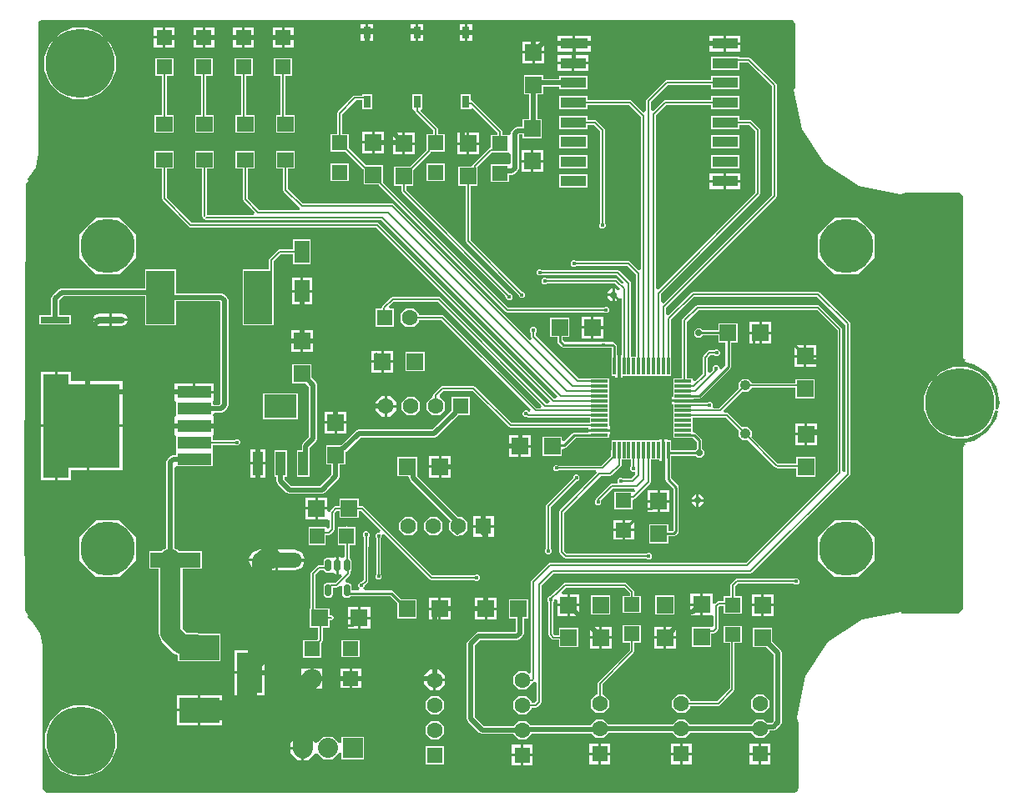
<source format=gtl>
G04*
G04 #@! TF.GenerationSoftware,Altium Limited,Altium Designer,21.3.2 (30)*
G04*
G04 Layer_Physical_Order=1*
G04 Layer_Color=255*
%FSTAX24Y24*%
%MOIN*%
G70*
G04*
G04 #@! TF.SameCoordinates,09EB0EA2-9561-46F4-B1F3-F0EC52C3B4A3*
G04*
G04*
G04 #@! TF.FilePolarity,Positive*
G04*
G01*
G75*
%ADD12C,0.0079*%
%ADD20C,0.0100*%
%ADD25R,0.0669X0.0669*%
%ADD26R,0.0630X0.0591*%
%ADD27R,0.2000X0.0591*%
%ADD28O,0.2000X0.0591*%
G04:AMPARAMS|DCode=29|XSize=48mil|YSize=23.6mil|CornerRadius=5.9mil|HoleSize=0mil|Usage=FLASHONLY|Rotation=270.000|XOffset=0mil|YOffset=0mil|HoleType=Round|Shape=RoundedRectangle|*
%AMROUNDEDRECTD29*
21,1,0.0480,0.0118,0,0,270.0*
21,1,0.0362,0.0236,0,0,270.0*
1,1,0.0118,-0.0059,-0.0181*
1,1,0.0118,-0.0059,0.0181*
1,1,0.0118,0.0059,0.0181*
1,1,0.0118,0.0059,-0.0181*
%
%ADD29ROUNDEDRECTD29*%
%ADD30R,0.0591X0.0630*%
%ADD31R,0.0669X0.0118*%
%ADD32R,0.0118X0.0669*%
%ADD33R,0.0709X0.0669*%
%ADD34R,0.1181X0.0276*%
%ADD35O,0.1181X0.0276*%
%ADD36R,0.0669X0.0669*%
%ADD37R,0.1140X0.2130*%
%ADD38R,0.1378X0.0472*%
%ADD39R,0.0984X0.4134*%
%ADD40R,0.2559X0.3346*%
%ADD41R,0.1299X0.0945*%
%ADD42R,0.0394X0.0945*%
%ADD43R,0.0610X0.0886*%
%ADD44R,0.0650X0.0600*%
%ADD45R,0.0315X0.0472*%
%ADD46R,0.1102X0.0433*%
%ADD47R,0.1024X0.0433*%
%ADD84C,0.0197*%
%ADD85C,0.0787*%
%ADD86C,0.2756*%
%ADD87C,0.0197*%
%ADD88C,0.0803*%
%ADD89R,0.0803X0.0803*%
%ADD90C,0.2165*%
%ADD91C,0.0630*%
%ADD92R,0.0630X0.0630*%
%ADD93R,0.0630X0.0630*%
%ADD94R,0.1000X0.1600*%
%ADD95R,0.1600X0.1000*%
%ADD96C,0.0425*%
%ADD97C,0.0157*%
%ADD98C,0.0276*%
G36*
X03345Y043003D02*
X04245Y043003D01*
X0483D01*
X048344Y04292D01*
X048346Y042916D01*
X048359Y042906D01*
X048422Y042852D01*
Y040271D01*
X048355Y040199D01*
X048355Y040199D01*
X048355Y040199D01*
X048667Y038628D01*
X049581Y037261D01*
X050948Y036347D01*
X05256Y036026D01*
X052745Y036063D01*
X052745Y036063D01*
Y036063D01*
X052783Y036102D01*
X054978D01*
X054986Y036099D01*
X055026Y03601D01*
X055027Y036007D01*
X055042Y035997D01*
X055103Y035944D01*
Y031943D01*
Y029507D01*
X055103Y029505D01*
X055103Y029504D01*
Y0295D01*
X055132Y029432D01*
X055132Y029432D01*
X055133Y029431D01*
X055134Y029429D01*
X05515Y029422D01*
X055194Y029404D01*
X055178Y029309D01*
X055546Y029236D01*
X056085Y028875D01*
X056446Y028336D01*
X056572Y0277D01*
X056513Y027405D01*
X056413Y027415D01*
X056413Y027482D01*
Y027969D01*
X056196Y028494D01*
X055794Y028896D01*
X055269Y029113D01*
X054701D01*
X054176Y028896D01*
X053775Y028494D01*
X053557Y027969D01*
Y027401D01*
X053775Y026876D01*
X054176Y026475D01*
X054701Y026257D01*
X055269D01*
X055794Y026475D01*
X056196Y026876D01*
X056382Y027326D01*
X056408Y027389D01*
X056504Y02736D01*
X056446Y027064D01*
X056085Y026525D01*
X055546Y026164D01*
X055178Y026091D01*
X055194Y025996D01*
X055134Y025971D01*
X055133Y025969D01*
X055132Y025968D01*
X055132Y025968D01*
X055103Y0259D01*
Y025896D01*
X055103Y025895D01*
X055103Y025893D01*
X055103Y023428D01*
Y019414D01*
X055025Y019352D01*
X055016Y019354D01*
X055006Y019343D01*
X054958Y019268D01*
X052655D01*
X05265Y01927D01*
X052649Y01927D01*
X052649Y019335D01*
X051078Y019023D01*
X049711Y018109D01*
X048797Y016742D01*
X048476Y01513D01*
X048513Y014945D01*
X048513Y014945D01*
X048513D01*
X048552Y014907D01*
Y01228D01*
X048525Y012191D01*
X04847Y012168D01*
X048447Y012112D01*
X048355Y012093D01*
X018512Y012093D01*
X018431Y012142D01*
X01842Y01217D01*
X018402Y012177D01*
X018336Y012243D01*
Y017799D01*
X018356Y01789D01*
X018357Y017898D01*
X01834Y017984D01*
X018245Y018463D01*
X017924Y018943D01*
X017762Y019051D01*
X01775Y01914D01*
X017751Y019146D01*
X017761Y01918D01*
X017746Y019216D01*
X017699Y019282D01*
X017686Y019308D01*
X017667Y019352D01*
X017643Y019362D01*
X017617Y0238D01*
X017676Y036466D01*
X01775Y036533D01*
X017767Y036532D01*
X017779Y03655D01*
X017779Y03655D01*
X017756Y036624D01*
X018073Y037099D01*
X018181Y037641D01*
X018165Y037641D01*
X018164Y037643D01*
Y042875D01*
X018217Y042951D01*
X018218Y042952D01*
X018219Y042953D01*
X018297Y043003D01*
X0334D01*
X033425Y043014D01*
X03345Y043003D01*
D02*
G37*
%LPC*%
G36*
X035507Y042814D02*
X0353D01*
Y042528D01*
X035507D01*
Y042814D01*
D02*
G37*
G36*
X033557D02*
X03335D01*
Y042528D01*
X033557D01*
Y042814D01*
D02*
G37*
G36*
X031557D02*
X03135D01*
Y042528D01*
X031557D01*
Y042814D01*
D02*
G37*
G36*
X03325D02*
X033043D01*
Y042528D01*
X03325D01*
Y042814D01*
D02*
G37*
G36*
X03125D02*
X031043D01*
Y042528D01*
X03125D01*
Y042814D01*
D02*
G37*
G36*
X0352D02*
X034993D01*
Y042528D01*
X0352D01*
Y042814D01*
D02*
G37*
G36*
X028365Y042686D02*
X028D01*
Y042341D01*
X028365D01*
Y042686D01*
D02*
G37*
G36*
X0279D02*
X027535D01*
Y042341D01*
X0279D01*
Y042686D01*
D02*
G37*
G36*
X026782D02*
X026417D01*
Y042341D01*
X026782D01*
Y042686D01*
D02*
G37*
G36*
X023615D02*
X02325D01*
Y042341D01*
X023615D01*
Y042686D01*
D02*
G37*
G36*
X02315D02*
X022785D01*
Y042341D01*
X02315D01*
Y042686D01*
D02*
G37*
G36*
X026317D02*
X025952D01*
Y042341D01*
X026317D01*
Y042686D01*
D02*
G37*
G36*
X025198D02*
X024833D01*
Y042341D01*
X025198D01*
Y042686D01*
D02*
G37*
G36*
X024733D02*
X024368D01*
Y042341D01*
X024733D01*
Y042686D01*
D02*
G37*
G36*
X035507Y042428D02*
X0353D01*
Y042142D01*
X035507D01*
Y042428D01*
D02*
G37*
G36*
X0352D02*
X034993D01*
Y042142D01*
X0352D01*
Y042428D01*
D02*
G37*
G36*
X033557D02*
X03335D01*
Y042142D01*
X033557D01*
Y042428D01*
D02*
G37*
G36*
X03325D02*
X033043D01*
Y042142D01*
X03325D01*
Y042428D01*
D02*
G37*
G36*
X031557D02*
X03135D01*
Y042142D01*
X031557D01*
Y042428D01*
D02*
G37*
G36*
X03125D02*
X031043D01*
Y042142D01*
X03125D01*
Y042428D01*
D02*
G37*
G36*
X046212Y042366D02*
X04565D01*
Y0421D01*
X046212D01*
Y042366D01*
D02*
G37*
G36*
X04555D02*
X044988D01*
Y0421D01*
X04555D01*
Y042366D01*
D02*
G37*
G36*
X040228D02*
X039626D01*
Y0421D01*
X040228D01*
Y042366D01*
D02*
G37*
G36*
X039526D02*
X038925D01*
Y0421D01*
X039526D01*
Y042366D01*
D02*
G37*
G36*
X028365Y042241D02*
X028D01*
Y041895D01*
X028365D01*
Y042241D01*
D02*
G37*
G36*
X0279D02*
X027535D01*
Y041895D01*
X0279D01*
Y042241D01*
D02*
G37*
G36*
X026782Y042241D02*
X026417D01*
Y041895D01*
X026782D01*
Y042241D01*
D02*
G37*
G36*
X026317D02*
X025952D01*
Y041895D01*
X026317D01*
Y042241D01*
D02*
G37*
G36*
X025198Y042241D02*
X024833D01*
Y041895D01*
X025198D01*
Y042241D01*
D02*
G37*
G36*
X024733D02*
X024368D01*
Y041895D01*
X024733D01*
Y042241D01*
D02*
G37*
G36*
X023615Y042241D02*
X02325D01*
Y041895D01*
X023615D01*
Y042241D01*
D02*
G37*
G36*
X02315D02*
X022785D01*
Y041895D01*
X02315D01*
Y042241D01*
D02*
G37*
G36*
X038385Y042134D02*
X038D01*
Y041749D01*
X038385D01*
Y042134D01*
D02*
G37*
G36*
X0379D02*
X037515D01*
Y041749D01*
X0379D01*
Y042134D01*
D02*
G37*
G36*
X046212Y042D02*
X04565D01*
Y041733D01*
X046212D01*
Y042D01*
D02*
G37*
G36*
X04555D02*
X044988D01*
Y041733D01*
X04555D01*
Y042D01*
D02*
G37*
G36*
X040228Y042D02*
X039626D01*
Y041733D01*
X040228D01*
Y042D01*
D02*
G37*
G36*
X039526D02*
X038925D01*
Y041733D01*
X039526D01*
Y042D01*
D02*
G37*
G36*
X040149Y041579D02*
X039587D01*
Y041312D01*
X040149D01*
Y041579D01*
D02*
G37*
G36*
X039487D02*
X038925D01*
Y041312D01*
X039487D01*
Y041579D01*
D02*
G37*
G36*
X038385Y041649D02*
X038D01*
Y041265D01*
X038385D01*
Y041649D01*
D02*
G37*
G36*
X0379D02*
X037515D01*
Y041265D01*
X0379D01*
Y041649D01*
D02*
G37*
G36*
X040149Y041212D02*
X039587D01*
Y040946D01*
X040149D01*
Y041212D01*
D02*
G37*
G36*
X039487D02*
X038925D01*
Y040946D01*
X039487D01*
Y041212D01*
D02*
G37*
G36*
X046162Y041529D02*
X045038D01*
Y040996D01*
X046162D01*
Y041303D01*
X04651D01*
X047473Y04034D01*
Y036D01*
X043137Y031664D01*
X043037Y031706D01*
Y03202D01*
X046988Y035972D01*
X046988Y035972D01*
X047017Y03604D01*
X047017Y03604D01*
Y03858D01*
X047017Y03858D01*
X046988Y038648D01*
X046668Y038968D01*
X0466Y038997D01*
X0466Y038997D01*
X046162D01*
Y039167D01*
X045038D01*
Y038633D01*
X046162D01*
Y038803D01*
X04656D01*
X046823Y03854D01*
Y03608D01*
X04294Y032197D01*
X04284Y032239D01*
Y039184D01*
X04326Y039603D01*
X045038D01*
Y039421D01*
X046162D01*
Y039954D01*
X045038D01*
Y039797D01*
X04322D01*
X04322Y039797D01*
X043152Y039768D01*
X043152Y039768D01*
X042744Y03936D01*
X042644Y039402D01*
Y039707D01*
X043315Y040378D01*
X045038D01*
Y040208D01*
X046162D01*
Y040741D01*
X045038D01*
Y040572D01*
X043275D01*
X043275Y040572D01*
X043206Y040543D01*
X043206Y040543D01*
X042478Y039815D01*
X04245Y039747D01*
X04245Y039747D01*
Y039338D01*
X04235Y039297D01*
X041878Y039768D01*
X04181Y039797D01*
X04181Y039797D01*
X040099D01*
Y039954D01*
X038975D01*
Y039421D01*
X040099D01*
Y039603D01*
X04177D01*
X042253Y03912D01*
Y033015D01*
X042153Y032974D01*
X041808Y033318D01*
X04174Y033347D01*
X04174Y033347D01*
X039655D01*
X039623Y033379D01*
X039517D01*
X039441Y033303D01*
Y033197D01*
X039517Y033121D01*
X039623D01*
X039655Y033153D01*
X0417D01*
X042056Y032797D01*
Y029522D01*
X041856D01*
Y032461D01*
X041856Y032461D01*
X041828Y032529D01*
X041828Y032529D01*
X041388Y032968D01*
X04132Y032997D01*
X04132Y032997D01*
X038285D01*
X038253Y033029D01*
X038147D01*
X038071Y032953D01*
Y032847D01*
X038147Y032771D01*
X038253D01*
X038285Y032803D01*
X04128D01*
X04159Y032494D01*
X041589Y032489D01*
X04148Y032456D01*
X041318Y032618D01*
X04125Y032647D01*
X04125Y032647D01*
X038485D01*
X038453Y032679D01*
X038347D01*
X038271Y032603D01*
Y032497D01*
X038347Y032421D01*
X038453D01*
X038485Y032453D01*
X04121D01*
X041421Y032242D01*
X041414Y032214D01*
X041303Y032183D01*
X041248Y032238D01*
X0412D01*
Y032D01*
Y031762D01*
X041248D01*
X041366Y03188D01*
X041466Y031849D01*
Y029572D01*
X041416D01*
Y029137D01*
Y028702D01*
X041525D01*
Y028752D01*
X043443D01*
Y029144D01*
X043447Y029153D01*
X043447Y029153D01*
Y03101D01*
X04437Y031933D01*
X04928D01*
X050413Y0308D01*
Y024925D01*
X050387Y024908D01*
X050287Y024964D01*
Y03061D01*
X050287Y03061D01*
X050258Y030678D01*
X049368Y031568D01*
X0493Y031597D01*
X0493Y031597D01*
X0445D01*
X044432Y031568D01*
X044432Y031568D01*
X043902Y031038D01*
X043873Y03097D01*
X043873Y03097D01*
Y02866D01*
X043535D01*
Y028245D01*
Y027923D01*
X043485D01*
Y027814D01*
X04392D01*
X044355D01*
Y027852D01*
X044561D01*
X044561Y027852D01*
X044637Y027884D01*
X045807Y029053D01*
X045807Y029053D01*
X045838Y02913D01*
X045838Y02913D01*
Y030095D01*
X046105D01*
Y030865D01*
X045336D01*
Y030588D01*
X044707D01*
X044628Y030668D01*
X044472D01*
X044362Y030558D01*
Y030402D01*
X044472Y030292D01*
X044628D01*
X044707Y030372D01*
X045336D01*
Y030095D01*
X045622D01*
Y029175D01*
X045471Y029024D01*
X045371Y029066D01*
Y029104D01*
X045296Y029179D01*
X045189D01*
X045114Y029104D01*
Y029D01*
X044997Y028884D01*
X044897Y028925D01*
Y02946D01*
X04502Y029583D01*
X04518D01*
X045212Y029551D01*
X045319D01*
X045394Y029626D01*
Y029733D01*
X045319Y029808D01*
X045212D01*
X04518Y029776D01*
X04498D01*
X04498Y029776D01*
X044911Y029748D01*
X044911Y029748D01*
X044732Y029568D01*
X044703Y0295D01*
X044703Y0295D01*
Y02884D01*
X044405Y028542D01*
X044305Y028583D01*
Y02866D01*
X044067D01*
Y03093D01*
X04454Y031403D01*
X04926D01*
X050093Y03057D01*
Y02492D01*
X04645Y021277D01*
X0386D01*
X0386Y021277D01*
X038532Y021248D01*
X038532Y021248D01*
X037882Y020598D01*
X037853Y02053D01*
X037853Y02053D01*
Y016894D01*
X037761Y016855D01*
X037651Y016965D01*
X037349D01*
X037135Y016751D01*
Y016449D01*
X037349Y016235D01*
X037651D01*
X037865Y016449D01*
X037904Y016503D01*
X037972Y016532D01*
X037983Y016543D01*
X038083Y016501D01*
Y01577D01*
X03801Y015697D01*
X037865D01*
Y015751D01*
X037651Y015965D01*
X037349D01*
X037135Y015751D01*
Y015449D01*
X037349Y015235D01*
X037651D01*
X037865Y015449D01*
Y015503D01*
X03805D01*
X03805Y015503D01*
X038118Y015532D01*
X038248Y015662D01*
X038248Y015662D01*
X038277Y01573D01*
X038277Y01573D01*
Y02038D01*
X03874Y020843D01*
X04662D01*
X04662Y020843D01*
X046688Y020872D01*
X050578Y024762D01*
X050578Y024762D01*
X050607Y02483D01*
X050607Y02483D01*
Y03084D01*
X050607Y03084D01*
X050578Y030908D01*
X050578Y030908D01*
X049388Y032098D01*
X04932Y032127D01*
X04932Y032127D01*
X04433D01*
X044262Y032098D01*
X044262Y032098D01*
X043334Y031171D01*
X043234Y031212D01*
Y031487D01*
X047638Y035892D01*
X047638Y035892D01*
X047667Y03596D01*
Y04038D01*
X047667Y04038D01*
X047638Y040448D01*
X047638Y040448D01*
X046618Y041468D01*
X04655Y041497D01*
X04655Y041497D01*
X046162D01*
Y041529D01*
D02*
G37*
G36*
X038335Y040785D02*
X037565D01*
Y040015D01*
X037789D01*
Y039035D01*
X037515D01*
Y038726D01*
X037315D01*
X037315Y038726D01*
X037202Y038679D01*
X037202Y038679D01*
X037086Y038564D01*
X037043Y038458D01*
X036995Y038408D01*
X036973Y038386D01*
X036939Y038386D01*
X036697D01*
Y038522D01*
X036668Y03859D01*
X036668Y03859D01*
X035548Y039711D01*
X035479Y039739D01*
X035457Y039832D01*
Y040008D01*
X035043D01*
Y039436D01*
X035457D01*
Y039436D01*
X035522Y039463D01*
X036499Y038486D01*
X036494Y038386D01*
X036245D01*
Y037892D01*
X036235D01*
X036167Y037864D01*
X036167Y037864D01*
X035528Y037225D01*
X0355Y037157D01*
X035408Y037135D01*
X034945D01*
Y036366D01*
X035233D01*
Y03416D01*
X035233Y03416D01*
X035262Y034092D01*
X037361Y031992D01*
Y031947D01*
X037437Y031871D01*
X037543D01*
X037619Y031947D01*
Y032053D01*
X037543Y032129D01*
X037498D01*
X035427Y0342D01*
Y036366D01*
X035715D01*
Y037135D01*
X035715Y037135D01*
X035715D01*
X03578Y037203D01*
X036272Y037695D01*
X036939D01*
X036975Y037695D01*
X037039Y037622D01*
Y037278D01*
X036975Y037205D01*
X036245D01*
Y036514D01*
X036975D01*
Y036789D01*
X037085D01*
X037085Y036789D01*
X037198Y036836D01*
X037314Y036952D01*
X037314Y036952D01*
X037361Y037065D01*
X037361Y037065D01*
Y038383D01*
X037382Y038405D01*
X037515D01*
Y038265D01*
X038285D01*
Y039035D01*
X038111D01*
Y040015D01*
X038335D01*
Y040314D01*
X038975D01*
Y040208D01*
X040099D01*
Y040741D01*
X038975D01*
Y040635D01*
X038335D01*
Y040785D01*
D02*
G37*
G36*
X020124Y042678D02*
X019556D01*
X019031Y042461D01*
X018629Y042059D01*
X018412Y041534D01*
Y040966D01*
X018629Y040441D01*
X019031Y040039D01*
X019556Y039822D01*
X020124D01*
X020649Y040039D01*
X021051Y040441D01*
X021268Y040966D01*
Y041534D01*
X021051Y042059D01*
X020649Y042461D01*
X020124Y042678D01*
D02*
G37*
G36*
X031507Y040008D02*
X031093D01*
Y039969D01*
X030822D01*
X030754Y03994D01*
X030754Y03994D01*
X030132Y039318D01*
X030103Y03925D01*
X030103Y03925D01*
Y038426D01*
X029835D01*
Y037735D01*
X030428D01*
X031136Y037028D01*
X031136Y037028D01*
X031165Y037015D01*
Y036416D01*
X031765D01*
X031777Y036386D01*
X036832Y031332D01*
X036832Y031332D01*
X0369Y031303D01*
X040765D01*
X040797Y031271D01*
X040903D01*
X040979Y031347D01*
Y031453D01*
X040903Y031529D01*
X040797D01*
X040765Y031497D01*
X03694D01*
X031942Y036495D01*
Y036506D01*
X031935Y036523D01*
Y037185D01*
X031272D01*
X031255Y037193D01*
X031255Y037193D01*
X031244D01*
X030565Y037872D01*
Y038426D01*
X030297D01*
Y03921D01*
X030862Y039775D01*
X031093D01*
Y039436D01*
X031507D01*
Y040008D01*
D02*
G37*
G36*
X028315Y041455D02*
X027585D01*
Y040764D01*
X027853D01*
Y03917D01*
X027675D01*
Y03847D01*
X028425D01*
Y03917D01*
X028047D01*
Y040764D01*
X028315D01*
Y041455D01*
D02*
G37*
G36*
X026732D02*
X026002D01*
Y040764D01*
X02627D01*
Y03917D01*
X026058D01*
Y03847D01*
X026808D01*
Y03917D01*
X026463D01*
Y040764D01*
X026732D01*
Y041455D01*
D02*
G37*
G36*
X025148D02*
X024418D01*
Y040764D01*
X024687D01*
Y03917D01*
X024442D01*
Y03847D01*
X025192D01*
Y03917D01*
X02488D01*
Y040764D01*
X025148D01*
Y041455D01*
D02*
G37*
G36*
X023565D02*
X022835D01*
Y040764D01*
X023103D01*
Y03917D01*
X022825D01*
Y03847D01*
X023575D01*
Y03917D01*
X023297D01*
Y040764D01*
X023565D01*
Y041455D01*
D02*
G37*
G36*
X031985Y038535D02*
X0316D01*
Y03815D01*
X031985D01*
Y038535D01*
D02*
G37*
G36*
X0315D02*
X031115D01*
Y03815D01*
X0315D01*
Y038535D01*
D02*
G37*
G36*
X035765Y038484D02*
X03538D01*
Y0381D01*
X035765D01*
Y038484D01*
D02*
G37*
G36*
X033205D02*
X03282D01*
Y0381D01*
X033205D01*
Y038484D01*
D02*
G37*
G36*
X03272D02*
X032335D01*
Y0381D01*
X03272D01*
Y038484D01*
D02*
G37*
G36*
X03528D02*
X034895D01*
Y0381D01*
X03528D01*
Y038484D01*
D02*
G37*
G36*
X046162Y038379D02*
X045038D01*
Y037846D01*
X046162D01*
Y038379D01*
D02*
G37*
G36*
X040099D02*
X038975D01*
Y037846D01*
X040099D01*
Y038379D01*
D02*
G37*
G36*
X031985Y03805D02*
X0316D01*
Y037665D01*
X031985D01*
Y03805D01*
D02*
G37*
G36*
X0315D02*
X031115D01*
Y037665D01*
X0315D01*
Y03805D01*
D02*
G37*
G36*
X035765Y038D02*
X03538D01*
Y037615D01*
X035765D01*
Y038D01*
D02*
G37*
G36*
X03528D02*
X034895D01*
Y037615D01*
X03528D01*
Y038D01*
D02*
G37*
G36*
X033205D02*
X03282D01*
Y037615D01*
X033205D01*
Y038D01*
D02*
G37*
G36*
X03272D02*
X032335D01*
Y037615D01*
X03272D01*
Y038D01*
D02*
G37*
G36*
X038335Y037785D02*
X03795D01*
Y037401D01*
X038335D01*
Y037785D01*
D02*
G37*
G36*
X03785D02*
X037465D01*
Y037401D01*
X03785D01*
Y037785D01*
D02*
G37*
G36*
X046162Y037592D02*
X045038D01*
Y037059D01*
X046162D01*
Y037592D01*
D02*
G37*
G36*
X040099D02*
X038975D01*
Y037059D01*
X040099D01*
Y037592D01*
D02*
G37*
G36*
X038335Y037301D02*
X03795D01*
Y036916D01*
X038335D01*
Y037301D01*
D02*
G37*
G36*
X03785D02*
X037465D01*
Y036916D01*
X03785D01*
Y037301D01*
D02*
G37*
G36*
X046212Y036854D02*
X04565D01*
Y036588D01*
X046212D01*
Y036854D01*
D02*
G37*
G36*
X04555D02*
X044988D01*
Y036588D01*
X04555D01*
Y036854D01*
D02*
G37*
G36*
X034405Y037245D02*
X033675D01*
Y036554D01*
X034405D01*
Y037245D01*
D02*
G37*
G36*
X030565D02*
X029835D01*
Y036554D01*
X030565D01*
Y037245D01*
D02*
G37*
G36*
X040099Y036804D02*
X038975D01*
Y036271D01*
X040099D01*
Y036804D01*
D02*
G37*
G36*
X046212Y036488D02*
X04565D01*
Y036221D01*
X046212D01*
Y036488D01*
D02*
G37*
G36*
X04555D02*
X044988D01*
Y036221D01*
X04555D01*
Y036488D01*
D02*
G37*
G36*
X028425Y03775D02*
X027675D01*
Y03705D01*
X027953D01*
Y0362D01*
X027953Y0362D01*
X027982Y036132D01*
X028616Y035497D01*
X028601Y035425D01*
X028586Y035397D01*
X02699D01*
X02653Y035857D01*
Y03705D01*
X026808D01*
Y03775D01*
X026058D01*
Y03705D01*
X026337D01*
Y035817D01*
X026337Y035817D01*
X026365Y035748D01*
X026816Y035297D01*
X026775Y035197D01*
X024913D01*
Y03705D01*
X025192D01*
Y03775D01*
X024442D01*
Y03705D01*
X02472D01*
Y035146D01*
X024748Y035078D01*
X024781Y035064D01*
X024794Y035032D01*
X024863Y035003D01*
X03186D01*
X038896Y027967D01*
X038861Y027878D01*
X038769Y027868D01*
X031768Y034868D01*
X0317Y034897D01*
X0317Y034897D01*
X02429D01*
X023297Y03589D01*
Y03705D01*
X023575D01*
Y03775D01*
X022825D01*
Y03705D01*
X023103D01*
Y03585D01*
X023103Y03585D01*
X023132Y035782D01*
X024182Y034732D01*
X024182Y034732D01*
X02425Y034703D01*
X03166D01*
X0386Y027764D01*
X038558Y027664D01*
X038463D01*
X034238Y031888D01*
X03417Y031917D01*
X03417Y031917D01*
X03233D01*
X03233Y031917D01*
X032262Y031888D01*
X032262Y031888D01*
X031922Y031548D01*
X031893Y03148D01*
X031801Y031445D01*
X031645D01*
Y030715D01*
X032375D01*
Y031445D01*
X032222D01*
X032184Y031537D01*
X03237Y031723D01*
X03413D01*
X038286Y027567D01*
X038245Y027467D01*
X03807D01*
X034388Y031148D01*
X03432Y031177D01*
X03432Y031177D01*
X033375D01*
Y031231D01*
X033161Y031445D01*
X032859D01*
X032645Y031231D01*
Y030929D01*
X032859Y030715D01*
X033161D01*
X033375Y030929D01*
Y030983D01*
X03428D01*
X037844Y027419D01*
X037803Y027319D01*
X037764Y027318D01*
X037703Y027379D01*
X037597D01*
X037521Y027303D01*
Y027197D01*
X037597Y027121D01*
X037663D01*
X03768Y027105D01*
X037748Y027076D01*
X037748Y027076D01*
X040198D01*
Y026876D01*
X03707D01*
X035627Y028318D01*
X035559Y028347D01*
X035559Y028347D01*
X0343D01*
X034232Y028318D01*
X034232Y028318D01*
X033982Y028068D01*
X033953Y028D01*
X033908Y027915D01*
X033899D01*
X033685Y027701D01*
Y027399D01*
X033899Y027185D01*
X034201D01*
X034415Y027399D01*
Y027701D01*
X034201Y027915D01*
X034202Y028015D01*
X03434Y028153D01*
X035519D01*
X036961Y026711D01*
X036961Y026711D01*
X03703Y026683D01*
X040148D01*
Y026633D01*
X040583D01*
X041018D01*
Y026742D01*
X040968D01*
Y027064D01*
Y027458D01*
Y027852D01*
Y028245D01*
Y02866D01*
X040198D01*
Y028647D01*
X03976D01*
X038038Y030369D01*
Y030491D01*
X03807Y030523D01*
Y030629D01*
X037995Y030705D01*
X037888D01*
X037813Y030629D01*
Y030523D01*
X037845Y030491D01*
Y030329D01*
X037845Y030329D01*
X037873Y03026D01*
X037799Y030198D01*
X032378Y035618D01*
X03231Y035647D01*
X03231Y035647D01*
X02874D01*
X028147Y03624D01*
Y03705D01*
X028425D01*
Y03775D01*
D02*
G37*
G36*
X040099Y039167D02*
X038975D01*
Y038633D01*
X040099D01*
Y038803D01*
X04036D01*
X040603Y03856D01*
Y034865D01*
X040571Y034833D01*
Y034727D01*
X040647Y034651D01*
X040753D01*
X040829Y034727D01*
Y034833D01*
X040797Y034865D01*
Y0386D01*
X040797Y0386D01*
X040768Y038668D01*
X040768Y038668D01*
X040468Y038968D01*
X0404Y038997D01*
X0404Y038997D01*
X040099D01*
Y039167D01*
D02*
G37*
G36*
X029055Y034218D02*
X028345D01*
Y033822D01*
X027825D01*
X027825Y033822D01*
X027756Y033793D01*
X027756Y033793D01*
X027412Y033449D01*
X027384Y033381D01*
X027384Y033381D01*
Y033015D01*
X02633D01*
Y030785D01*
X02757D01*
Y032413D01*
X027577Y032431D01*
X027577Y032431D01*
Y033341D01*
X027865Y033628D01*
X028345D01*
Y033232D01*
X029055D01*
Y034218D01*
D02*
G37*
G36*
X050919Y035083D02*
X049981D01*
X049317Y034419D01*
Y033481D01*
X049981Y032817D01*
X050919D01*
X051583Y033481D01*
Y034419D01*
X050919Y035083D01*
D02*
G37*
G36*
X021419D02*
X020481D01*
X019817Y034419D01*
Y033481D01*
X020481Y032817D01*
X021419D01*
X022083Y033481D01*
Y034419D01*
X021419Y035083D01*
D02*
G37*
G36*
X029105Y032693D02*
X02875D01*
Y0322D01*
X029105D01*
Y032693D01*
D02*
G37*
G36*
X02865D02*
X028295D01*
Y0322D01*
X02865D01*
Y032693D01*
D02*
G37*
G36*
X0411Y032238D02*
X041052D01*
X040912Y032099D01*
Y03205D01*
X0411D01*
Y032238D01*
D02*
G37*
G36*
X033507Y040008D02*
X033093D01*
Y039436D01*
X033158D01*
X033203Y03935D01*
X033232Y039282D01*
X033943Y03857D01*
Y038426D01*
X033675D01*
Y037842D01*
X033668Y037825D01*
X033668Y037825D01*
Y037785D01*
X033018Y037135D01*
X032385D01*
Y036366D01*
X032673D01*
Y03614D01*
X032673Y03614D01*
X032702Y036072D01*
X036851Y031922D01*
Y031867D01*
X036927Y031791D01*
X037033D01*
X037109Y031867D01*
Y031973D01*
X037033Y032049D01*
X036998D01*
X032867Y03618D01*
Y036366D01*
X033155D01*
Y036998D01*
X033833Y037676D01*
X033833Y037676D01*
X033857Y037735D01*
X034405D01*
Y038426D01*
X034137D01*
Y03861D01*
X034137Y03861D01*
X034108Y038678D01*
X034108Y038678D01*
X033451Y039336D01*
X033492Y039436D01*
X033507D01*
Y040008D01*
D02*
G37*
G36*
X0411Y03195D02*
X040912D01*
Y031902D01*
X041052Y031762D01*
X0411D01*
Y03195D01*
D02*
G37*
G36*
X029105Y0321D02*
X02875D01*
Y031607D01*
X029105D01*
Y0321D01*
D02*
G37*
G36*
X02865D02*
X028295D01*
Y031607D01*
X02865D01*
Y0321D01*
D02*
G37*
G36*
X021503Y031257D02*
X0211D01*
Y03105D01*
X021739D01*
X021685Y031182D01*
X021503Y031257D01*
D02*
G37*
G36*
X021D02*
X020597D01*
X020415Y031182D01*
X020361Y03105D01*
X021D01*
Y031257D01*
D02*
G37*
G36*
X040735Y031135D02*
X04035D01*
Y03075D01*
X040735D01*
Y031135D01*
D02*
G37*
G36*
X04025D02*
X039865D01*
Y03075D01*
X04025D01*
Y031135D01*
D02*
G37*
G36*
X021739Y03095D02*
X0211D01*
Y030743D01*
X021503D01*
X021685Y030818D01*
X021739Y03095D01*
D02*
G37*
G36*
X021D02*
X020361D01*
X020415Y030818D01*
X020597Y030743D01*
X021D01*
Y03095D01*
D02*
G37*
G36*
X047454Y030915D02*
X04707D01*
Y03053D01*
X047454D01*
Y030915D01*
D02*
G37*
G36*
X04697D02*
X046585D01*
Y03053D01*
X04697D01*
Y030915D01*
D02*
G37*
G36*
X040735Y03065D02*
X04035D01*
Y030265D01*
X040735D01*
Y03065D01*
D02*
G37*
G36*
X04025D02*
X039865D01*
Y030265D01*
X04025D01*
Y03065D01*
D02*
G37*
G36*
X029135Y030584D02*
X02875D01*
Y0302D01*
X029135D01*
Y030584D01*
D02*
G37*
G36*
X02865D02*
X028265D01*
Y0302D01*
X02865D01*
Y030584D01*
D02*
G37*
G36*
X047454Y03043D02*
X04707D01*
Y030045D01*
X047454D01*
Y03043D01*
D02*
G37*
G36*
X04697D02*
X046585D01*
Y030045D01*
X04697D01*
Y03043D01*
D02*
G37*
G36*
X029135Y0301D02*
X02875D01*
Y029715D01*
X029135D01*
Y0301D01*
D02*
G37*
G36*
X02865D02*
X028265D01*
Y029715D01*
X02865D01*
Y0301D01*
D02*
G37*
G36*
X049235Y029984D02*
X04885D01*
Y0296D01*
X049235D01*
Y029984D01*
D02*
G37*
G36*
X04875D02*
X048365D01*
Y0296D01*
X04875D01*
Y029984D01*
D02*
G37*
G36*
X032355Y029765D02*
X031971D01*
Y02938D01*
X032355D01*
Y029765D01*
D02*
G37*
G36*
X031871D02*
X031486D01*
Y02938D01*
X031871D01*
Y029765D01*
D02*
G37*
G36*
X049235Y0295D02*
X04885D01*
Y029115D01*
X049235D01*
Y0295D01*
D02*
G37*
G36*
X04875D02*
X048365D01*
Y029115D01*
X04875D01*
Y0295D01*
D02*
G37*
G36*
X033605Y029715D02*
X032835D01*
Y028945D01*
X033605D01*
Y029715D01*
D02*
G37*
G36*
X032355Y02928D02*
X031971D01*
Y028895D01*
X032355D01*
Y02928D01*
D02*
G37*
G36*
X031871D02*
X031486D01*
Y028895D01*
X031871D01*
Y02928D01*
D02*
G37*
G36*
X039385Y031085D02*
X038616D01*
Y030315D01*
X038893D01*
Y030159D01*
X038893Y030159D01*
X038924Y030082D01*
X039083Y029923D01*
X039083Y029923D01*
X039159Y029892D01*
X039159Y029892D01*
X040676D01*
X040697Y029871D01*
X040803D01*
X040824Y029892D01*
X041061D01*
Y029522D01*
X04106D01*
Y028752D01*
X041207D01*
Y028702D01*
X041316D01*
Y029137D01*
Y029572D01*
X041277D01*
Y029941D01*
X041277Y029941D01*
X041245Y030018D01*
X041245Y030018D01*
X041187Y030077D01*
X04111Y030108D01*
X04111Y030108D01*
X040824D01*
X040803Y030129D01*
X040697D01*
X040676Y030108D01*
X039204D01*
X039109Y030203D01*
Y030315D01*
X039385D01*
Y031085D01*
D02*
G37*
G36*
X049185Y028635D02*
X048415D01*
Y028468D01*
X046663D01*
Y02848D01*
X046509Y028634D01*
X046291D01*
X046137Y02848D01*
Y028262D01*
X046146Y028254D01*
X045359Y027467D01*
X045148D01*
X045119Y027537D01*
Y027643D01*
X045043Y027719D01*
X044937D01*
X044893Y027675D01*
X044355D01*
Y027714D01*
X04392D01*
X043485D01*
Y027605D01*
X043535D01*
Y027064D01*
Y02667D01*
Y026277D01*
X044305D01*
X044383Y026224D01*
X044472Y026135D01*
Y025827D01*
X044423Y025778D01*
X043443D01*
Y026185D01*
X043296D01*
Y026235D01*
X043187D01*
Y0258D01*
Y025365D01*
X043226D01*
Y024616D01*
X043226Y024616D01*
X043258Y024539D01*
X043542Y024255D01*
Y022595D01*
X043506Y022559D01*
X043335D01*
Y022835D01*
X042565D01*
Y022066D01*
X043335D01*
Y022342D01*
X04355D01*
X04355Y022342D01*
X043627Y022374D01*
X043727Y022473D01*
X043727Y022473D01*
X043758Y02255D01*
X043758Y02255D01*
Y0243D01*
X043758Y0243D01*
X043727Y024377D01*
X043727Y024377D01*
X043442Y024661D01*
Y025415D01*
X043443D01*
Y025562D01*
X044423D01*
X044502Y025482D01*
X044658D01*
X044768Y025592D01*
Y025748D01*
X044688Y025827D01*
Y02618D01*
X044657Y026257D01*
X044657Y026257D01*
X044451Y026462D01*
X044374Y026494D01*
X044305Y026555D01*
Y027076D01*
X045637D01*
X046146Y026567D01*
X046137Y026559D01*
Y026341D01*
X046291Y026187D01*
X046509D01*
X046517Y026196D01*
X047579Y025134D01*
X047582Y025128D01*
X047628Y025082D01*
X047628Y025082D01*
X047696Y025053D01*
X047696Y025053D01*
X048445D01*
Y024736D01*
X049215D01*
Y025505D01*
X048445D01*
Y025247D01*
X047736D01*
X047721Y025262D01*
X047718Y025268D01*
X046654Y026333D01*
X046663Y026341D01*
Y026559D01*
X046509Y026713D01*
X046291D01*
X046283Y026704D01*
X045745Y027242D01*
X045677Y02727D01*
X045677Y02727D01*
X045577D01*
X045535Y02737D01*
X046283Y028117D01*
X046291Y028109D01*
X046509D01*
X046663Y028262D01*
Y028275D01*
X048415D01*
Y027866D01*
X049185D01*
Y028635D01*
D02*
G37*
G36*
X025189Y028444D02*
X02445D01*
Y028158D01*
X025189D01*
Y028444D01*
D02*
G37*
G36*
X02435D02*
X023611D01*
Y028158D01*
X02435D01*
Y028444D01*
D02*
G37*
G36*
X032222Y027965D02*
X0321D01*
Y0276D01*
X032465D01*
Y027722D01*
X032222Y027965D01*
D02*
G37*
G36*
X032D02*
X031878D01*
X031635Y027722D01*
Y0276D01*
X032D01*
Y027965D01*
D02*
G37*
G36*
X02367Y033015D02*
X02243D01*
Y032261D01*
X0191D01*
X018986Y032214D01*
X018986Y032214D01*
X018736Y031964D01*
X018689Y03185D01*
X018689Y03185D01*
Y031188D01*
X018209D01*
Y030812D01*
X019491D01*
Y031188D01*
X019011D01*
Y031783D01*
X019167Y031939D01*
X02243D01*
Y030785D01*
X02367D01*
Y031739D01*
X025418D01*
X025439Y031718D01*
Y027637D01*
X025401Y027599D01*
X02521D01*
X025154Y027655D01*
X025143Y027699D01*
X025189Y027772D01*
X025189Y027804D01*
Y028058D01*
X0244D01*
X023611D01*
Y027804D01*
X023611Y027772D01*
X023661Y027692D01*
X023661Y027672D01*
X023661Y027185D01*
X023611Y027106D01*
X023611Y027073D01*
Y026819D01*
X0244D01*
X025189D01*
X025189Y027106D01*
X025143Y027178D01*
X025154Y027222D01*
X02521Y027278D01*
X025468D01*
X025468Y027278D01*
X025581Y027325D01*
X025714Y027457D01*
X025761Y027571D01*
X025761Y027571D01*
Y031785D01*
X025761Y031785D01*
X025714Y031898D01*
X025714Y031898D01*
X025598Y032014D01*
X025485Y032061D01*
X025485Y032061D01*
X02367D01*
Y033015D01*
D02*
G37*
G36*
X033201Y027915D02*
X032899D01*
X032685Y027701D01*
Y027399D01*
X032899Y027185D01*
X033201D01*
X033415Y027399D01*
Y027701D01*
X033201Y027915D01*
D02*
G37*
G36*
X032465Y0275D02*
X0321D01*
Y027135D01*
X032222D01*
X032465Y027378D01*
Y0275D01*
D02*
G37*
G36*
X032D02*
X031635D01*
Y027378D01*
X031878Y027135D01*
X032D01*
Y0275D01*
D02*
G37*
G36*
X02855Y028064D02*
X02715D01*
Y027019D01*
X02855D01*
Y028064D01*
D02*
G37*
G36*
X030485Y027334D02*
X0301D01*
Y02695D01*
X030485D01*
Y027334D01*
D02*
G37*
G36*
X03D02*
X029615D01*
Y02695D01*
X03D01*
Y027334D01*
D02*
G37*
G36*
X021537Y028543D02*
X020208D01*
Y026819D01*
X021537D01*
Y028543D01*
D02*
G37*
G36*
X018828Y028936D02*
X018286D01*
Y026819D01*
X018828D01*
Y028936D01*
D02*
G37*
G36*
X041018Y026533D02*
X040583D01*
X040148D01*
Y026494D01*
X039586D01*
X039586Y026494D01*
X039509Y026462D01*
X039509Y026462D01*
X039184Y026137D01*
X039084Y026179D01*
Y026335D01*
X038315D01*
Y025565D01*
X039084D01*
Y025826D01*
X039174Y025866D01*
X039251Y025898D01*
X039631Y026278D01*
X040198D01*
Y026277D01*
X040968D01*
Y026424D01*
X041018D01*
Y026533D01*
D02*
G37*
G36*
X049265Y026854D02*
X04888D01*
Y02647D01*
X049265D01*
Y026854D01*
D02*
G37*
G36*
X04878D02*
X048395D01*
Y02647D01*
X04878D01*
Y026854D01*
D02*
G37*
G36*
X030485Y02685D02*
X0301D01*
Y026465D01*
X030485D01*
Y02685D01*
D02*
G37*
G36*
X03D02*
X029615D01*
Y026465D01*
X03D01*
Y02685D01*
D02*
G37*
G36*
X035415Y027915D02*
X034685D01*
Y027372D01*
X033923Y026611D01*
X03096D01*
X030846Y026564D01*
X030846Y026564D01*
X030276Y025993D01*
X030257Y025985D01*
X029665D01*
Y025216D01*
X029889D01*
Y024817D01*
X029433Y024361D01*
X028267D01*
X028011Y024617D01*
Y024736D01*
X028097D01*
Y025781D01*
X027603D01*
Y024736D01*
X027689D01*
Y02455D01*
X027689Y02455D01*
X027736Y024436D01*
X028086Y024086D01*
X028086Y024086D01*
X0282Y024039D01*
X0282Y024039D01*
X0295D01*
X0295Y024039D01*
X029614Y024086D01*
X030164Y024636D01*
X030164Y024636D01*
X030211Y02475D01*
Y025216D01*
X030435D01*
Y025712D01*
X03046Y025723D01*
X031027Y026289D01*
X03399D01*
X03399Y026289D01*
X034104Y026336D01*
X034947Y02718D01*
X034947Y02718D01*
X034949Y027185D01*
X035415D01*
Y027915D01*
D02*
G37*
G36*
X037835Y026385D02*
X03745D01*
Y026D01*
X037835D01*
Y026385D01*
D02*
G37*
G36*
X03735D02*
X036966D01*
Y026D01*
X03735D01*
Y026385D01*
D02*
G37*
G36*
X049265Y02637D02*
X04888D01*
Y025985D01*
X049265D01*
Y02637D01*
D02*
G37*
G36*
X04878D02*
X048395D01*
Y025985D01*
X04878D01*
Y02637D01*
D02*
G37*
G36*
X025189Y026719D02*
X0244D01*
X023611D01*
X023611Y026433D01*
X023661Y026354D01*
X023661Y026333D01*
Y025817D01*
X023661Y025814D01*
Y025717D01*
X023661Y025714D01*
Y025591D01*
X023565D01*
X023565Y025591D01*
X023452Y025544D01*
X023452Y025544D01*
X023336Y025429D01*
X023289Y025315D01*
X023289Y025315D01*
Y021864D01*
X02311Y02179D01*
X023092Y021745D01*
X0226D01*
Y021055D01*
X02297D01*
Y018468D01*
X02311Y018128D01*
X023572Y017667D01*
X02375Y017593D01*
Y01735D01*
X02545D01*
Y01845D01*
X024582D01*
X024494Y018487D01*
X02411D01*
X02393Y018666D01*
Y021055D01*
X0247D01*
Y021745D01*
X023808D01*
X02379Y02179D01*
X023611Y021864D01*
Y025065D01*
X023661Y025144D01*
X025139D01*
Y025714D01*
X025139Y025717D01*
Y025814D01*
X025139Y025817D01*
Y026003D01*
X026015D01*
X026047Y025971D01*
X026153D01*
X026229Y026047D01*
Y026153D01*
X026153Y026229D01*
X026047D01*
X026015Y026197D01*
X025139D01*
X025139Y026354D01*
X025189Y026433D01*
X025189Y026466D01*
Y026719D01*
D02*
G37*
G36*
X037835Y0259D02*
X03745D01*
Y025515D01*
X037835D01*
Y0259D01*
D02*
G37*
G36*
X03735D02*
X036966D01*
Y025515D01*
X03735D01*
Y0259D01*
D02*
G37*
G36*
X043087Y026235D02*
X042978D01*
Y026185D01*
X04106D01*
Y025798D01*
X041052Y02578D01*
X041052Y02578D01*
Y025545D01*
X040674Y025167D01*
X038955D01*
X038923Y025199D01*
X038817D01*
X038741Y025123D01*
Y025017D01*
X038817Y024941D01*
X038923D01*
X038955Y024973D01*
X040435D01*
X040476Y024873D01*
X039002Y023398D01*
X038973Y02333D01*
X038973Y02333D01*
Y02171D01*
X038973Y02171D01*
X039002Y021642D01*
X039162Y021482D01*
X039162Y021482D01*
X03923Y021453D01*
X03923Y021453D01*
X042465D01*
X042497Y021421D01*
X042603D01*
X042679Y021497D01*
Y021603D01*
X042603Y021679D01*
X042497D01*
X042465Y021647D01*
X03927D01*
X039167Y02175D01*
Y02329D01*
X04063Y024753D01*
X04102D01*
X04102Y024753D01*
X041088Y024782D01*
X041434Y025127D01*
X041434Y025127D01*
X041462Y025196D01*
X041462Y025196D01*
Y025415D01*
X041856D01*
Y025138D01*
X041821Y025103D01*
Y024997D01*
X041897Y024921D01*
X042003D01*
X042004Y024921D01*
X042021Y024808D01*
X04186Y024647D01*
X041515D01*
X041483Y024679D01*
X041377D01*
X041301Y024603D01*
Y024497D01*
X041281Y024447D01*
X04107D01*
X04107Y024447D01*
X041002Y024418D01*
X041002Y024418D01*
X040477Y023893D01*
X040448Y023825D01*
X040448Y023825D01*
Y02382D01*
X040401Y023773D01*
Y023667D01*
X040477Y023591D01*
X040583D01*
X040659Y023667D01*
Y023773D01*
X040644Y023788D01*
X04111Y024253D01*
X041975D01*
X042015Y024157D01*
X041963Y024106D01*
X041915Y024126D01*
Y024126D01*
X041185D01*
Y023435D01*
X041915D01*
Y023718D01*
X041937Y02381D01*
X042005Y023839D01*
X042615Y024448D01*
X042644Y024517D01*
X042644Y024517D01*
Y025415D01*
X042978D01*
Y025365D01*
X043087D01*
Y0258D01*
Y026235D01*
D02*
G37*
G36*
X027241Y025831D02*
X026994D01*
Y025308D01*
X027241D01*
Y025831D01*
D02*
G37*
G36*
X026894D02*
X026648D01*
Y025308D01*
X026894D01*
Y025831D01*
D02*
G37*
G36*
X034644Y025565D02*
X03426D01*
Y02518D01*
X034644D01*
Y025565D01*
D02*
G37*
G36*
X03416D02*
X033775D01*
Y02518D01*
X03416D01*
Y025565D01*
D02*
G37*
G36*
X021537Y026719D02*
X020208D01*
Y024996D01*
X021537D01*
Y026719D01*
D02*
G37*
G36*
X029085Y029235D02*
X028315D01*
Y028466D01*
X028857D01*
X028989Y028334D01*
Y026317D01*
X02874Y026068D01*
X028693Y025954D01*
X028693Y025954D01*
Y025781D01*
X028509D01*
Y024736D01*
X029002D01*
Y025327D01*
X029015Y025357D01*
Y025887D01*
X029264Y026136D01*
X029264Y026136D01*
X029311Y02625D01*
X029311Y02625D01*
Y0284D01*
X029311Y0284D01*
X029264Y028514D01*
X029264Y028514D01*
X029085Y028693D01*
Y029235D01*
D02*
G37*
G36*
X034644Y02508D02*
X03426D01*
Y024695D01*
X034644D01*
Y02508D01*
D02*
G37*
G36*
X03416D02*
X033775D01*
Y024695D01*
X03416D01*
Y02508D01*
D02*
G37*
G36*
X027241Y025208D02*
X026994D01*
Y024686D01*
X027241D01*
Y025208D01*
D02*
G37*
G36*
X026894D02*
X026648D01*
Y024686D01*
X026894D01*
Y025208D01*
D02*
G37*
G36*
X01947Y028936D02*
X018928D01*
Y026769D01*
Y024602D01*
X01947D01*
Y024996D01*
X020108D01*
Y026769D01*
Y028543D01*
X01947D01*
Y028936D01*
D02*
G37*
G36*
X018828Y026719D02*
X018286D01*
Y024602D01*
X018828D01*
Y026719D01*
D02*
G37*
G36*
X044598Y024008D02*
X04455D01*
Y02382D01*
X044738D01*
Y023869D01*
X044598Y024008D01*
D02*
G37*
G36*
X04445D02*
X044401D01*
X044262Y023869D01*
Y02382D01*
X04445D01*
Y024008D01*
D02*
G37*
G36*
X043385Y024184D02*
X043D01*
Y0238D01*
X043385D01*
Y024184D01*
D02*
G37*
G36*
X0429D02*
X042515D01*
Y0238D01*
X0429D01*
Y024184D01*
D02*
G37*
G36*
X030964Y023845D02*
X030195D01*
Y023539D01*
X030052D01*
X030052Y023539D01*
X029984Y023511D01*
X029984Y023511D01*
X029832Y023358D01*
X029815Y023318D01*
X029715Y023338D01*
Y02341D01*
X02933D01*
Y023025D01*
X029703D01*
X029715Y023025D01*
X029803Y022997D01*
Y022704D01*
X029755Y022666D01*
X029655Y022714D01*
Y022725D01*
X028964D01*
Y021995D01*
X029655D01*
Y022399D01*
X029766D01*
X029766Y022399D01*
X029834Y022427D01*
X029968Y022562D01*
X029968Y022562D01*
X029997Y02263D01*
Y02325D01*
X030092Y023346D01*
X030195D01*
Y023075D01*
X030964D01*
Y023353D01*
X03107D01*
X031849Y022574D01*
X031793Y022489D01*
X031707D01*
X031631Y022413D01*
Y022307D01*
X031663Y022275D01*
Y020825D01*
X031631Y020793D01*
Y020687D01*
X031707Y020611D01*
X031813D01*
X031889Y020687D01*
Y020793D01*
X031857Y020825D01*
Y022275D01*
X031889Y022307D01*
Y022393D01*
X031974Y022449D01*
X033802Y020622D01*
X033802Y020622D01*
X03387Y020593D01*
X035605D01*
X035637Y020561D01*
X035743D01*
X035819Y020637D01*
Y020743D01*
X035743Y020819D01*
X035637D01*
X035605Y020787D01*
X03391D01*
X031178Y023518D01*
X03111Y023547D01*
X03111Y023547D01*
X030964D01*
Y023845D01*
D02*
G37*
G36*
X044738Y02372D02*
X04455D01*
Y023532D01*
X044598D01*
X044738Y023672D01*
Y02372D01*
D02*
G37*
G36*
X04445D02*
X044262D01*
Y023672D01*
X044401Y023532D01*
X04445D01*
Y02372D01*
D02*
G37*
G36*
X029715Y023895D02*
X02933D01*
Y02351D01*
X029715D01*
Y023895D01*
D02*
G37*
G36*
X02923D02*
X028846D01*
Y02351D01*
X02923D01*
Y023895D01*
D02*
G37*
G36*
X043385Y0237D02*
X043D01*
Y023315D01*
X043385D01*
Y0237D01*
D02*
G37*
G36*
X0429D02*
X042515D01*
Y023315D01*
X0429D01*
Y0237D01*
D02*
G37*
G36*
X02923Y02341D02*
X028846D01*
Y023025D01*
X02923D01*
Y02341D01*
D02*
G37*
G36*
X036365Y023165D02*
X036D01*
Y0228D01*
X036365D01*
Y023165D01*
D02*
G37*
G36*
X0359D02*
X035535D01*
Y0228D01*
X0359D01*
Y023165D01*
D02*
G37*
G36*
X041965Y022995D02*
X0416D01*
Y022649D01*
X041965D01*
Y022995D01*
D02*
G37*
G36*
X0415D02*
X041135D01*
Y022649D01*
X0415D01*
Y022995D01*
D02*
G37*
G36*
X034101Y023115D02*
X033799D01*
X033585Y022901D01*
Y022599D01*
X033799Y022385D01*
X034101D01*
X034315Y022599D01*
Y022901D01*
X034101Y023115D01*
D02*
G37*
G36*
X033101D02*
X032799D01*
X032585Y022901D01*
Y022599D01*
X032799Y022385D01*
X033101D01*
X033315Y022599D01*
Y022901D01*
X033101Y023115D01*
D02*
G37*
G36*
X033295Y025515D02*
X032526D01*
Y024745D01*
X032927D01*
X032986Y024673D01*
X033033Y02456D01*
X034638Y022954D01*
X034585Y022901D01*
Y022599D01*
X034779Y022405D01*
X034786Y022386D01*
X0349Y022339D01*
X03501Y022385D01*
X035101D01*
X035315Y022599D01*
Y022901D01*
X035101Y023115D01*
X034932D01*
X033307Y02474D01*
Y025019D01*
X033307Y025019D01*
X033295Y025049D01*
Y025515D01*
D02*
G37*
G36*
X036365Y0227D02*
X036D01*
Y022335D01*
X036365D01*
Y0227D01*
D02*
G37*
G36*
X0359D02*
X035535D01*
Y022335D01*
X0359D01*
Y0227D01*
D02*
G37*
G36*
X041965Y022549D02*
X0416D01*
Y022204D01*
X041965D01*
Y022549D01*
D02*
G37*
G36*
X0415D02*
X041135D01*
Y022204D01*
X0415D01*
Y022549D01*
D02*
G37*
G36*
X039713Y024809D02*
X039607D01*
X039531Y024733D01*
Y024688D01*
X038472Y023628D01*
X038443Y02356D01*
X038443Y02356D01*
Y021845D01*
X038411Y021813D01*
Y021707D01*
X038487Y021631D01*
X038593D01*
X038669Y021707D01*
Y021813D01*
X038637Y021845D01*
Y02352D01*
X039668Y024551D01*
X039713D01*
X039789Y024627D01*
Y024733D01*
X039713Y024809D01*
D02*
G37*
G36*
X030498Y022747D02*
X030445Y022725D01*
X030145D01*
Y021995D01*
X030401D01*
Y021516D01*
X030307Y021483D01*
X030185Y021534D01*
X030176D01*
Y02118D01*
Y020827D01*
X030185D01*
X030235Y020848D01*
X030282Y020827D01*
X030302Y020736D01*
X030042Y020477D01*
X029864D01*
X029811Y020499D01*
X029693D01*
X029609Y020465D01*
X029575Y020381D01*
Y020019D01*
X029609Y019935D01*
X029693Y019901D01*
X029811D01*
X029894Y019935D01*
X029929Y020019D01*
Y020284D01*
X030082D01*
X030082Y020284D01*
X030151Y020312D01*
X030225Y020386D01*
X030323Y020343D01*
Y020019D01*
X030357Y019935D01*
X030441Y019901D01*
X030559D01*
X030643Y019935D01*
X030653Y019961D01*
X032236D01*
X032516Y019681D01*
Y019065D01*
X033285D01*
Y019835D01*
X032668D01*
X032358Y020145D01*
X032281Y020177D01*
X032281Y020177D01*
X031196D01*
X031159Y020277D01*
X031209Y020327D01*
Y020372D01*
X031328Y020492D01*
X031328Y020492D01*
X031357Y02056D01*
Y021936D01*
X031367Y02196D01*
X031367Y02196D01*
Y022325D01*
X031399Y022357D01*
Y022463D01*
X031323Y022539D01*
X031217D01*
X031141Y022463D01*
Y022357D01*
X031173Y022325D01*
Y021974D01*
X031163Y02195D01*
X031163Y02195D01*
Y0206D01*
X031072Y020509D01*
X031027D01*
X030951Y020433D01*
Y020327D01*
X031001Y020277D01*
X030964Y020177D01*
X030677D01*
Y020381D01*
X030643Y020465D01*
X030559Y020499D01*
X030479D01*
X030436Y020597D01*
X03062Y020782D01*
X03062Y020782D01*
X030649Y02085D01*
Y020931D01*
X030677Y020999D01*
Y021361D01*
X030643Y021445D01*
X030595Y021465D01*
Y021995D01*
X030836D01*
Y022725D01*
X030551D01*
X030498Y022747D01*
D02*
G37*
G36*
X030076Y021534D02*
X030067D01*
X029945Y021483D01*
X029832Y021471D01*
X029811Y021479D01*
X029693D01*
X029609Y021445D01*
X029575Y021361D01*
Y021197D01*
X02938D01*
X029312Y021168D01*
X029312Y021168D01*
X029072Y020928D01*
X029043Y02086D01*
X029043Y02086D01*
Y019465D01*
X029008D01*
Y018695D01*
X029355D01*
Y018242D01*
X029307Y018194D01*
X029304Y018186D01*
X028735D01*
Y017495D01*
X029465D01*
Y018078D01*
X02952Y018134D01*
X02952Y018134D01*
X029549Y018202D01*
Y018695D01*
X029817D01*
Y018983D01*
X029885D01*
X029953Y019012D01*
X029982Y01908D01*
X029953Y019148D01*
X029885Y019177D01*
X029817D01*
Y019465D01*
X029237D01*
Y02082D01*
X02942Y021003D01*
X029575D01*
Y020999D01*
X029609Y020916D01*
X029693Y020881D01*
X029811D01*
X029832Y02089D01*
X029945Y020877D01*
X030067Y020827D01*
X030076D01*
Y02118D01*
Y021534D01*
D02*
G37*
G36*
X028405Y021828D02*
X02775D01*
Y02145D01*
X028812D01*
X028707Y021703D01*
X028405Y021828D01*
D02*
G37*
G36*
X02765D02*
X026995D01*
X026693Y021703D01*
X026588Y02145D01*
X02765D01*
Y021828D01*
D02*
G37*
G36*
X028812Y02135D02*
X02775D01*
Y020972D01*
X028405D01*
X028707Y021097D01*
X028812Y02135D01*
D02*
G37*
G36*
X02765D02*
X026588D01*
X026693Y021097D01*
X026995Y020972D01*
X02765D01*
Y02135D01*
D02*
G37*
G36*
X050919Y022983D02*
X049981D01*
X049317Y022319D01*
Y021381D01*
X049981Y020717D01*
X050919D01*
X051583Y021381D01*
Y022319D01*
X050919Y022983D01*
D02*
G37*
G36*
X021419D02*
X020481D01*
X019817Y022319D01*
Y021381D01*
X020481Y020717D01*
X021419D01*
X022083Y021381D01*
Y022319D01*
X021419Y022983D01*
D02*
G37*
G36*
X048493Y020669D02*
X048387D01*
X048365Y020647D01*
X04608D01*
X046012Y020618D01*
X046012Y020618D01*
X045832Y020438D01*
X045803Y02037D01*
X045803Y02037D01*
Y019946D01*
X045535D01*
Y019747D01*
X04535D01*
X045282Y019718D01*
X045282Y019718D01*
X045195Y019631D01*
X045133Y019643D01*
X045095Y019662D01*
Y020054D01*
X04471D01*
Y019619D01*
Y019185D01*
X045053D01*
X045095Y019185D01*
X045153Y019109D01*
Y018782D01*
X045053Y018703D01*
X045045Y018705D01*
Y018705D01*
X044275D01*
Y017935D01*
X045045D01*
Y018449D01*
X045146D01*
X045146Y018449D01*
X045214Y018477D01*
X045318Y018582D01*
X045318Y018582D01*
X045347Y01865D01*
X045347Y01865D01*
Y01951D01*
X04539Y019553D01*
X045535D01*
Y019255D01*
X046265D01*
Y019946D01*
X045997D01*
Y02033D01*
X04612Y020453D01*
X048345D01*
X048387Y020411D01*
X048493D01*
X048569Y020487D01*
Y020593D01*
X048493Y020669D01*
D02*
G37*
G36*
X04461Y020054D02*
X044225D01*
Y019669D01*
X04461D01*
Y020054D01*
D02*
G37*
G36*
X047535Y020034D02*
X04715D01*
Y01965D01*
X047535D01*
Y020034D01*
D02*
G37*
G36*
X039785D02*
X0394D01*
Y01965D01*
X039785D01*
Y020034D01*
D02*
G37*
G36*
X04705D02*
X046665D01*
Y01965D01*
X04705D01*
Y020034D01*
D02*
G37*
G36*
X034634Y019885D02*
X03425D01*
Y0195D01*
X034634D01*
Y019885D01*
D02*
G37*
G36*
X036485D02*
X036101D01*
Y0195D01*
X036485D01*
Y019885D01*
D02*
G37*
G36*
X036001D02*
X035616D01*
Y0195D01*
X036001D01*
Y019885D01*
D02*
G37*
G36*
X03415D02*
X033765D01*
Y0195D01*
X03415D01*
Y019885D01*
D02*
G37*
G36*
X0416Y020497D02*
X0416Y020497D01*
X0392D01*
X039132Y020468D01*
X039132Y020468D01*
X038865Y020202D01*
X038865Y020202D01*
X038612Y019949D01*
X038587D01*
X038511Y019873D01*
Y019767D01*
X038543Y019735D01*
Y018411D01*
X038543Y018411D01*
X038572Y018342D01*
X038682Y018232D01*
X038682Y018232D01*
X03875Y018204D01*
X03875Y018204D01*
X038965D01*
Y017916D01*
X039735D01*
Y018685D01*
X038965D01*
Y018397D01*
X03879D01*
X038737Y018451D01*
Y019735D01*
X038769Y019767D01*
Y01981D01*
X038815Y019846D01*
X038915Y0198D01*
Y01965D01*
X0393D01*
Y020034D01*
X039112D01*
X039071Y020134D01*
X03924Y020303D01*
X04156D01*
X041793Y020071D01*
Y019966D01*
X041505D01*
Y019275D01*
X042235D01*
Y019966D01*
X041986D01*
Y020111D01*
X041958Y020179D01*
X041958Y020179D01*
X041668Y020468D01*
X0416Y020497D01*
D02*
G37*
G36*
X043585Y019984D02*
X042815D01*
Y019215D01*
X043585D01*
Y019984D01*
D02*
G37*
G36*
X041026D02*
X040257D01*
Y019215D01*
X041026D01*
Y019984D01*
D02*
G37*
G36*
X04461Y019569D02*
X044225D01*
Y019185D01*
X04461D01*
Y019569D01*
D02*
G37*
G36*
X047535Y01955D02*
X04715D01*
Y019165D01*
X047535D01*
Y01955D01*
D02*
G37*
G36*
X04705D02*
X046665D01*
Y019165D01*
X04705D01*
Y01955D01*
D02*
G37*
G36*
X039785D02*
X0394D01*
Y019165D01*
X039785D01*
Y01955D01*
D02*
G37*
G36*
X0393D02*
X038915D01*
Y019165D01*
X0393D01*
Y01955D01*
D02*
G37*
G36*
X031442Y019515D02*
X031037D01*
Y01913D01*
X031442D01*
Y019515D01*
D02*
G37*
G36*
X030937D02*
X030533D01*
Y01913D01*
X030937D01*
Y019515D01*
D02*
G37*
G36*
X036485Y0194D02*
X036101D01*
Y019015D01*
X036485D01*
Y0194D01*
D02*
G37*
G36*
X036001D02*
X035616D01*
Y019015D01*
X036001D01*
Y0194D01*
D02*
G37*
G36*
X034634D02*
X03425D01*
Y019015D01*
X034634D01*
Y0194D01*
D02*
G37*
G36*
X03415D02*
X033765D01*
Y019015D01*
X03415D01*
Y0194D01*
D02*
G37*
G36*
X031442Y01903D02*
X031037D01*
Y018645D01*
X031442D01*
Y01903D01*
D02*
G37*
G36*
X030937D02*
X030533D01*
Y018645D01*
X030937D01*
Y01903D01*
D02*
G37*
G36*
X037735Y019835D02*
X036965D01*
Y019065D01*
X037239D01*
Y018532D01*
X037218Y018511D01*
X03575D01*
X03575Y018511D01*
X035636Y018464D01*
X035636Y018464D01*
X035336Y018164D01*
X035289Y01805D01*
X035289Y01805D01*
Y01505D01*
X035289Y01505D01*
X035336Y014936D01*
X035786Y014486D01*
X035786Y014486D01*
X0359Y014439D01*
X0359Y014439D01*
X037145D01*
X037349Y014235D01*
X037651D01*
X037865Y014449D01*
Y014464D01*
X04027D01*
X040449Y014285D01*
X040751D01*
X040955Y014489D01*
X043495D01*
X043699Y014285D01*
X044001D01*
X044205Y014489D01*
X046645D01*
X046849Y014285D01*
X047151D01*
X047365Y014499D01*
Y014572D01*
X047535D01*
X047535Y014572D01*
X047648Y014619D01*
X047764Y014735D01*
X047764Y014735D01*
X047765Y014738D01*
X047814Y014786D01*
X047814Y014786D01*
X047861Y0149D01*
X047861Y0149D01*
Y0177D01*
X047861Y0177D01*
X047814Y017814D01*
X047814Y017814D01*
X047485Y018143D01*
Y018685D01*
X046715D01*
Y017916D01*
X047257D01*
X047539Y017634D01*
Y014967D01*
X047536Y014964D01*
X047535Y01496D01*
X047468Y014894D01*
X047273D01*
X047151Y015015D01*
X046849D01*
X046645Y014811D01*
X044205D01*
X044001Y015015D01*
X043699D01*
X043495Y014811D01*
X040955D01*
X040751Y015015D01*
X040449D01*
X040235Y014801D01*
Y014786D01*
X03783D01*
X037651Y014965D01*
X037349D01*
X037145Y014761D01*
X035967D01*
X035611Y015117D01*
Y017983D01*
X035817Y018189D01*
X037285D01*
X037285Y018189D01*
X037398Y018236D01*
X037514Y018352D01*
X037514Y018352D01*
X037561Y018465D01*
X037561Y018465D01*
Y019065D01*
X037735D01*
Y019835D01*
D02*
G37*
G36*
X041076Y018735D02*
X040692D01*
Y01835D01*
X041076D01*
Y018735D01*
D02*
G37*
G36*
X040592D02*
X040207D01*
Y01835D01*
X040592D01*
Y018735D01*
D02*
G37*
G36*
X043635D02*
X04325D01*
Y01835D01*
X043635D01*
Y018735D01*
D02*
G37*
G36*
X04315D02*
X042765D01*
Y01835D01*
X04315D01*
Y018735D01*
D02*
G37*
G36*
X043635Y01825D02*
X04325D01*
Y017866D01*
X043635D01*
Y01825D01*
D02*
G37*
G36*
X04315D02*
X042765D01*
Y017866D01*
X04315D01*
Y01825D01*
D02*
G37*
G36*
X041076Y01825D02*
X040692D01*
Y017866D01*
X041076D01*
Y01825D01*
D02*
G37*
G36*
X040592D02*
X040207D01*
Y017866D01*
X040592D01*
Y01825D01*
D02*
G37*
G36*
X031015Y018195D02*
X030285D01*
Y017505D01*
X031015D01*
Y018195D01*
D02*
G37*
G36*
X0272Y0178D02*
X02665D01*
Y01695D01*
X0272D01*
Y0178D01*
D02*
G37*
G36*
X02655D02*
X026D01*
Y01695D01*
X02655D01*
Y0178D01*
D02*
G37*
G36*
X031065Y017064D02*
X0307D01*
Y016719D01*
X031065D01*
Y017064D01*
D02*
G37*
G36*
X0306D02*
X030235D01*
Y016719D01*
X0306D01*
Y017064D01*
D02*
G37*
G36*
X029515Y017055D02*
X02915D01*
Y016709D01*
X029515D01*
Y017055D01*
D02*
G37*
G36*
X02905D02*
X028685D01*
Y016709D01*
X02905D01*
Y017055D01*
D02*
G37*
G36*
X034172Y017015D02*
X03405D01*
Y01665D01*
X034415D01*
Y016772D01*
X034172Y017015D01*
D02*
G37*
G36*
X03395D02*
X033828D01*
X033585Y016772D01*
Y01665D01*
X03395D01*
Y017015D01*
D02*
G37*
G36*
X031065Y016619D02*
X0307D01*
Y016274D01*
X031065D01*
Y016619D01*
D02*
G37*
G36*
X0306D02*
X030235D01*
Y016274D01*
X0306D01*
Y016619D01*
D02*
G37*
G36*
X029515Y016609D02*
X02915D01*
Y016264D01*
X029515D01*
Y016609D01*
D02*
G37*
G36*
X02905D02*
X028685D01*
Y016264D01*
X02905D01*
Y016609D01*
D02*
G37*
G36*
X034415Y01655D02*
X03405D01*
Y016185D01*
X034172D01*
X034415Y016428D01*
Y01655D01*
D02*
G37*
G36*
X03395D02*
X033585D01*
Y016428D01*
X033828Y016185D01*
X03395D01*
Y01655D01*
D02*
G37*
G36*
X0272Y01685D02*
X02665D01*
Y016D01*
X0272D01*
Y01685D01*
D02*
G37*
G36*
X02655D02*
X026D01*
Y016D01*
X02655D01*
Y01685D01*
D02*
G37*
G36*
X046265Y018765D02*
X045535D01*
Y018074D01*
X045793D01*
Y01625D01*
X04529Y015747D01*
X044215D01*
Y015801D01*
X044001Y016015D01*
X043699D01*
X043485Y015801D01*
Y015499D01*
X043699Y015285D01*
X044001D01*
X044215Y015499D01*
Y015553D01*
X04533D01*
X04533Y015553D01*
X045398Y015582D01*
X045958Y016142D01*
X045958Y016142D01*
X045987Y01621D01*
X045987Y01621D01*
Y018074D01*
X046265D01*
Y018765D01*
D02*
G37*
G36*
X0255Y016D02*
X02465D01*
Y01545D01*
X0255D01*
Y016D01*
D02*
G37*
G36*
X02455D02*
X0237D01*
Y01545D01*
X02455D01*
Y016D01*
D02*
G37*
G36*
X047151Y016015D02*
X046849D01*
X046635Y015801D01*
Y015499D01*
X046849Y015285D01*
X047151D01*
X047365Y015499D01*
Y015801D01*
X047151Y016015D01*
D02*
G37*
G36*
X042235Y018785D02*
X041505D01*
Y018094D01*
X041793D01*
Y017779D01*
X040532Y016518D01*
X040503Y01645D01*
X040503Y01645D01*
Y016015D01*
X040449D01*
X040235Y015801D01*
Y015499D01*
X040449Y015285D01*
X040751D01*
X040965Y015499D01*
Y015801D01*
X040751Y016015D01*
X040697D01*
Y01641D01*
X041958Y017671D01*
X041958Y017671D01*
X041986Y017739D01*
X041986Y017739D01*
Y018094D01*
X042235D01*
Y018785D01*
D02*
G37*
G36*
X034151Y015965D02*
X033849D01*
X033635Y015751D01*
Y015449D01*
X033849Y015235D01*
X034151D01*
X034365Y015449D01*
Y015751D01*
X034151Y015965D01*
D02*
G37*
G36*
X0255Y01535D02*
X02465D01*
Y0148D01*
X0255D01*
Y01535D01*
D02*
G37*
G36*
X02455D02*
X0237D01*
Y0148D01*
X02455D01*
Y01535D01*
D02*
G37*
G36*
X034151Y014965D02*
X033849D01*
X033635Y014751D01*
Y014449D01*
X033849Y014235D01*
X034151D01*
X034365Y014449D01*
Y014751D01*
X034151Y014965D01*
D02*
G37*
G36*
X02869Y014382D02*
X028532D01*
X028238Y014088D01*
Y01393D01*
X02869D01*
Y014382D01*
D02*
G37*
G36*
X047415Y014065D02*
X04705D01*
Y0137D01*
X047415D01*
Y014065D01*
D02*
G37*
G36*
X04695D02*
X046585D01*
Y0137D01*
X04695D01*
Y014065D01*
D02*
G37*
G36*
X044265D02*
X0439D01*
Y0137D01*
X044265D01*
Y014065D01*
D02*
G37*
G36*
X041015D02*
X04065D01*
Y0137D01*
X041015D01*
Y014065D01*
D02*
G37*
G36*
X0438D02*
X043435D01*
Y0137D01*
X0438D01*
Y014065D01*
D02*
G37*
G36*
X04055D02*
X040185D01*
Y0137D01*
X04055D01*
Y014065D01*
D02*
G37*
G36*
X037915Y014015D02*
X03755D01*
Y01365D01*
X037915D01*
Y014015D01*
D02*
G37*
G36*
X03745D02*
X037085D01*
Y01365D01*
X03745D01*
Y014015D01*
D02*
G37*
G36*
X028948Y014382D02*
X02879D01*
Y01388D01*
Y013378D01*
X028948D01*
X02921Y013641D01*
X029253Y013669D01*
X029332Y013649D01*
X029553Y013428D01*
X029927D01*
X030188Y01369D01*
X030288Y013685D01*
Y013428D01*
X031192D01*
Y014332D01*
X030288D01*
Y014075D01*
X030188Y01407D01*
X029927Y014332D01*
X029553D01*
X029332Y014111D01*
X029253Y014091D01*
X02921Y014119D01*
X028948Y014382D01*
D02*
G37*
G36*
X02869Y01383D02*
X028238D01*
Y013672D01*
X028532Y013378D01*
X02869D01*
Y01383D01*
D02*
G37*
G36*
X047415Y0136D02*
X04705D01*
Y013235D01*
X047415D01*
Y0136D01*
D02*
G37*
G36*
X04695D02*
X046585D01*
Y013235D01*
X04695D01*
Y0136D01*
D02*
G37*
G36*
X044265Y0136D02*
X0439D01*
Y013235D01*
X044265D01*
Y0136D01*
D02*
G37*
G36*
X0438D02*
X043435D01*
Y013235D01*
X0438D01*
Y0136D01*
D02*
G37*
G36*
X041015D02*
X04065D01*
Y013235D01*
X041015D01*
Y0136D01*
D02*
G37*
G36*
X04055D02*
X040185D01*
Y013235D01*
X04055D01*
Y0136D01*
D02*
G37*
G36*
X034365Y013965D02*
X033635D01*
Y013235D01*
X034365D01*
Y013965D01*
D02*
G37*
G36*
X037915Y01355D02*
X03755D01*
Y013185D01*
X037915D01*
Y01355D01*
D02*
G37*
G36*
X03745D02*
X037085D01*
Y013185D01*
X03745D01*
Y01355D01*
D02*
G37*
G36*
X020159Y015593D02*
X019591D01*
X019066Y015376D01*
X018665Y014974D01*
X018447Y014449D01*
Y013881D01*
X018665Y013356D01*
X019066Y012955D01*
X019591Y012737D01*
X020159D01*
X020684Y012955D01*
X021086Y013356D01*
X021303Y013881D01*
Y014449D01*
X021086Y014974D01*
X020684Y015376D01*
X020159Y015593D01*
D02*
G37*
%LPD*%
D12*
X04533Y01565D02*
X04589Y01621D01*
Y018659D01*
X04385Y01565D02*
X04533D01*
X041846Y019402D02*
Y01983D01*
X04187Y019621D02*
X041889Y01964D01*
Y020111D01*
X030552Y02085D02*
Y021128D01*
X029829Y02038D02*
X030082D01*
X029752Y020303D02*
X029829Y02038D01*
X030082D02*
X030552Y02085D01*
X029752Y0202D02*
Y020303D01*
X0305Y02118D02*
X030552Y021128D01*
X041889Y017739D02*
Y01842D01*
X037941Y030329D02*
Y030576D01*
Y030329D02*
X03972Y02855D01*
X040582D01*
X04757Y03596D02*
Y04038D01*
X043137Y031527D02*
X04757Y03596D01*
X043137Y029137D02*
Y031527D01*
X04655Y0414D02*
X04757Y04038D01*
X0232Y03585D02*
X02425Y0348D01*
X0317D01*
X038736Y027764D01*
X0392Y0204D02*
X0416D01*
X038933Y020133D02*
Y020133D01*
X03864Y01984D02*
X038933Y020133D01*
Y020133D02*
X0392Y0204D01*
X03864Y018411D02*
Y01984D01*
Y018411D02*
X03875Y0183D01*
X03818Y01573D02*
Y02042D01*
X0387Y02094D02*
X04662D01*
X03818Y02042D02*
X0387Y02094D01*
X03805Y0156D02*
X03818Y01573D01*
X0386Y02118D02*
X04649D01*
X03795Y016646D02*
Y02053D01*
X0386Y02118D01*
X04392Y028551D02*
X04395D01*
X04397Y028571D01*
Y03097D01*
X0445Y0315D01*
X0493D01*
X04392Y027567D02*
X043932Y027578D01*
X044978D02*
X04499Y02759D01*
X043932Y027578D02*
X044978D01*
X04143Y02455D02*
X0419D01*
X042152Y024802D01*
X03907Y02171D02*
Y02333D01*
X04059Y02485D01*
X03907Y02171D02*
X03923Y02155D01*
X03854Y02176D02*
Y02356D01*
X03966Y02468D01*
X03127Y02196D02*
Y02241D01*
X03126Y02056D02*
Y02195D01*
X03108Y02038D02*
X03126Y02056D01*
Y02195D02*
X03127Y02196D01*
X03887Y02507D02*
X040714D01*
X041149Y025505D01*
X042744Y039224D02*
X04322Y0397D01*
X042744Y029137D02*
Y039224D01*
X04322Y0397D02*
X045587D01*
X043275Y040475D02*
X0456D01*
X042547Y029137D02*
Y039747D01*
X043275Y040475D01*
X035597Y037017D02*
Y037157D01*
X036235Y037796D01*
X036334D01*
X0366Y038061D02*
Y038522D01*
X03533Y03675D02*
X035597Y037017D01*
X036334Y037796D02*
X0366Y038061D01*
X04498Y02968D02*
X045266D01*
X0448Y0295D02*
X04498Y02968D01*
X0448Y0288D02*
Y0295D01*
X0493Y0315D02*
X05019Y03061D01*
X04335Y03105D02*
X04433Y03203D01*
X04932D01*
X05051Y03084D01*
X03387Y02069D02*
X03569D01*
X03111Y02345D02*
X03387Y02069D01*
X03301Y03108D02*
X03432D01*
X03803Y02737D01*
X03199Y03108D02*
Y03148D01*
X03233Y03182D02*
X03417D01*
X03199Y03148D02*
X03233Y03182D01*
X03417D02*
X038423Y027567D01*
X04207Y02435D02*
X04235Y02463D01*
X04053Y02372D02*
X040545Y023735D01*
X037671Y02725D02*
X037748Y027173D01*
X04235Y02463D02*
Y0258D01*
X041366Y025196D02*
Y0258D01*
X04174Y03325D02*
X042153Y032837D01*
X04107Y02435D02*
X04207D01*
X041149Y025505D02*
Y02578D01*
X040545Y023735D02*
Y023825D01*
X037748Y027173D02*
X040583D01*
X03923Y02155D02*
X04255D01*
X04102Y02485D02*
X041366Y025196D01*
X041759Y029137D02*
Y032461D01*
X041953Y025797D02*
X041956Y0258D01*
X040545Y023825D02*
X04107Y02435D01*
X04059Y02485D02*
X04102D01*
X042152Y025798D02*
X042153Y0258D01*
X042152Y024802D02*
Y025798D01*
X03765Y02725D02*
X037671D01*
X041953Y025053D02*
Y025797D01*
X041563Y029137D02*
Y032237D01*
X04195Y02505D02*
X041953Y025053D01*
X041149Y02578D02*
X041169Y0258D01*
X040582Y02855D02*
X040583Y028551D01*
X04392Y028354D02*
X044354D01*
X045227Y028977D02*
Y029036D01*
X04392Y028157D02*
X043924Y028154D01*
X0384Y03255D02*
X04125D01*
X041563Y032237D01*
X0382Y0329D02*
X04132D01*
X041759Y032461D01*
X03957Y03325D02*
X04174D01*
X042153Y029137D02*
Y032837D01*
X044354Y028354D02*
X0448Y0288D01*
X044404Y028154D02*
X045227Y028977D01*
X043924Y028154D02*
X044404D01*
X045227Y029036D02*
X045242Y029051D01*
X04608Y02055D02*
X04843D01*
X04844Y02054D01*
X0459Y02037D02*
X04608Y02055D01*
X0459Y01965D02*
Y02037D01*
X0369Y0314D02*
X04085D01*
X031845Y036455D02*
X0369Y0314D01*
X031845Y036455D02*
Y036506D01*
X03155Y036801D02*
X031845Y036506D01*
X031255Y037096D02*
X031565Y036785D01*
X029766Y022496D02*
X0299Y02263D01*
X029595Y022496D02*
X029766D01*
X0299Y02263D02*
Y02329D01*
X030052Y023442D02*
X030542D01*
X0299Y02329D02*
X030052Y023442D01*
X03055Y02345D02*
X03111D01*
X03176Y02074D02*
Y02236D01*
X04662Y02094D02*
X05051Y02483D01*
Y03084D01*
X04649Y02118D02*
X05019Y02488D01*
Y03061D01*
X04535Y01965D02*
X045939D01*
X0459D02*
X045939D01*
X04155Y023781D02*
X041676Y023907D01*
X041937D01*
X042547Y024517D01*
Y0258D01*
X0293Y0222D02*
X029595Y022496D01*
X030542Y023442D02*
X03055Y02345D01*
X02938Y0211D02*
X029675D01*
X02914Y02086D02*
X02938Y0211D01*
X02914Y019353D02*
Y02086D01*
X029452Y018202D02*
Y01908D01*
X02914Y019353D02*
X029413Y01908D01*
X04335Y029153D02*
Y03105D01*
X042941Y029137D02*
Y032061D01*
X04692Y03604D02*
Y03858D01*
X042941Y032061D02*
X04692Y03604D01*
X0466Y0389D02*
X04692Y03858D01*
X0456Y0389D02*
X0466D01*
X045738Y0414D02*
X04655D01*
X04181Y0397D02*
X04235Y03916D01*
Y029137D02*
Y03916D01*
X03955Y0397D02*
X04181D01*
X0407Y03478D02*
Y0386D01*
X0404Y0389D02*
X0407Y0386D01*
X039537Y0389D02*
X0404D01*
X03533Y03416D02*
Y03675D01*
Y03416D02*
X03749Y032D01*
X03277Y03614D02*
Y03675D01*
X03698Y03192D02*
Y03193D01*
X03277Y03614D02*
X03698Y03193D01*
X0287Y03555D02*
X03231D01*
X03951Y02835D01*
X040579D01*
X02695Y0353D02*
X03214D01*
X039283Y028157D01*
X040583D01*
X0319Y0351D02*
X039039Y027961D01*
X024863Y0351D02*
X0319D01*
X039039Y027961D02*
X040583D01*
X038736Y027764D02*
X040583D01*
X038423Y027567D02*
X040583D01*
X0291Y01785D02*
X029129D01*
X029376Y018096D02*
Y018126D01*
X029452Y018202D01*
X029129Y01785D02*
X029376Y018096D01*
X02965Y01908D02*
X029885D01*
X029502Y019228D02*
X02965Y01908D01*
X030498Y02123D02*
Y02265D01*
X030488Y02252D02*
X03054Y022572D01*
X029675Y0211D02*
X029752Y021177D01*
Y02118D01*
X03525Y039722D02*
X035329Y039643D01*
X035479D02*
X0366Y038522D01*
X035329Y039643D02*
X035479D01*
X03404Y038081D02*
Y03861D01*
X0333Y03935D02*
Y039722D01*
Y03935D02*
X03404Y03861D01*
X03405Y02755D02*
Y028D01*
X0343Y02825D01*
X035559D02*
X03703Y02678D01*
X0343Y02825D02*
X035559D01*
X03803Y02737D02*
X040583D01*
X0416Y0204D02*
X041889Y020111D01*
X03875Y0183D02*
X03935D01*
X0375Y0166D02*
X037904D01*
X03795Y016646D01*
X0375Y0156D02*
X03805D01*
X04525Y01955D02*
X04535Y01965D01*
X04525Y01865D02*
Y01955D01*
X045146Y018546D02*
X04525Y01865D01*
X04455Y01825D02*
X044845Y018546D01*
X045146D01*
X0406Y01645D02*
X041889Y017739D01*
X0406Y01565D02*
Y01645D01*
X0244Y0261D02*
X0261D01*
X027481Y033381D02*
X027825Y033725D01*
X0287D01*
X02695Y0319D02*
X027481Y032431D01*
Y033381D01*
X03703Y02678D02*
X040583D01*
X043334Y029137D02*
X04335Y029153D01*
X031204Y037096D02*
X031255D01*
X0302Y038081D02*
X03022D01*
X031204Y037096D01*
X03402Y038081D02*
X03404D01*
X03277Y03675D02*
X033764Y037745D01*
Y037825D01*
X03402Y038081D01*
X02805Y0362D02*
X0287Y03555D01*
X02805Y0362D02*
Y0374D01*
X026433Y035817D02*
Y0374D01*
Y035817D02*
X02695Y0353D01*
X024817Y035146D02*
Y0374D01*
X0232Y03585D02*
Y0374D01*
X024783Y038853D02*
Y041109D01*
Y038853D02*
X024817Y03882D01*
X026367Y038887D02*
Y041109D01*
Y038887D02*
X026433Y03882D01*
X02795Y03892D02*
X02805Y03882D01*
X02795Y03892D02*
Y041109D01*
X0232Y03882D02*
Y041109D01*
X0302Y03925D02*
X030822Y039872D01*
X0313D01*
X0302Y038081D02*
Y03925D01*
X039537Y039687D02*
X03955Y0397D01*
X045587D02*
X0456Y039687D01*
Y041262D02*
X045738Y0414D01*
X048679Y028371D02*
X0488Y02825D01*
X0464Y028371D02*
X048679D01*
X0464Y02645D02*
X04765Y0252D01*
X04885Y02515D02*
X0489Y0251D01*
X04765Y025196D02*
Y0252D01*
X047696Y02515D02*
X04885D01*
X04765Y025196D02*
X047696Y02515D01*
X04392Y027173D02*
X045677D01*
X0464Y02645D01*
X04392Y02737D02*
X045399D01*
X0464Y028371D01*
X040579Y02835D02*
X040583Y028354D01*
D20*
X027924Y02145D02*
X027974Y0214D01*
X04392Y026386D02*
X044374D01*
X04458Y02618D01*
Y02567D02*
Y02618D01*
X043334Y025679D02*
Y0258D01*
X043343Y02567D02*
X04458D01*
X043334Y024616D02*
Y025679D01*
X043343Y02567D01*
X030145Y018795D02*
X030703D01*
X030987Y01908D01*
X02995Y0186D02*
X030145Y018795D01*
X041169Y029137D02*
Y029941D01*
X04111Y03D02*
X041169Y029941D01*
X039159Y03D02*
X04111D01*
X0374Y02595D02*
X03745Y026D01*
Y026524D01*
X046735Y029785D02*
Y030195D01*
X04702Y03048D01*
X044714Y027764D02*
X046735Y029785D01*
X04392Y027764D02*
X044714D01*
X04392Y027961D02*
X044561D01*
X04573Y02913D01*
X04787Y03048D02*
X0488Y02955D01*
X04702Y03048D02*
X04787D01*
X0488Y0295D02*
Y02955D01*
X04572Y03048D02*
X04573Y03047D01*
Y02913D02*
Y03047D01*
X04455Y03048D02*
X04572D01*
X041366Y026816D02*
Y029137D01*
X040583Y026583D02*
X041133D01*
X041366Y026816D01*
X039174Y025974D02*
X039586Y026386D01*
X040583D01*
X03745Y026524D02*
X037509Y026583D01*
X040583D01*
X038929Y025974D02*
X039174D01*
X04864Y02377D02*
X0497Y02483D01*
X0445Y02377D02*
X04864D01*
X0497Y02483D02*
Y0267D01*
X02998Y02164D02*
X030115Y021505D01*
X02917Y0214D02*
X02941Y02164D01*
X02998D01*
X030115Y021191D02*
X030126Y02118D01*
X030115Y021191D02*
Y021505D01*
X027974Y0214D02*
X02917D01*
X030567Y020069D02*
X032281D01*
X03285Y0195D02*
Y0195D01*
X032281Y020069D02*
X032615Y019735D01*
X032616D01*
X03285Y0195D01*
X03322Y02943D02*
X03326Y02939D01*
X0279Y0235D02*
X0293D01*
X0274Y02295D02*
Y023D01*
X0279Y0235D01*
X02995Y016659D02*
Y0186D01*
X0305Y020136D02*
Y0202D01*
Y020136D02*
X030567Y020069D01*
X039001Y030159D02*
X039159Y03D01*
X039001Y030159D02*
Y0307D01*
X04295Y02245D02*
X04355D01*
X04365Y02255D01*
X04115Y032D02*
X041366Y031784D01*
Y030184D02*
Y031784D01*
X04965Y02675D02*
X0497Y0267D01*
X041366Y029137D02*
Y030184D01*
X04085Y0307D02*
X041366Y030184D01*
X0403Y0307D02*
X04085D01*
X039576Y041302D02*
Y04205D01*
X039537Y041262D02*
X039576Y041302D01*
X04157Y022599D02*
X041815Y022845D01*
Y022864D02*
X042416Y023465D01*
X042665D01*
X041815Y022845D02*
Y022864D01*
X043334Y024616D02*
X04365Y0243D01*
X04295Y02445D02*
X043137Y024637D01*
Y0258D01*
X04365Y02255D02*
Y0243D01*
X04295Y02375D02*
Y02445D01*
D25*
X0471Y0196D02*
D03*
Y0183D02*
D03*
X04466Y019619D02*
D03*
Y01832D02*
D03*
X0287Y03015D02*
D03*
Y02885D02*
D03*
X03005Y0269D02*
D03*
Y0256D02*
D03*
X03935Y0183D02*
D03*
Y0196D02*
D03*
X040642D02*
D03*
Y0183D02*
D03*
X0432D02*
D03*
Y0196D02*
D03*
X03277Y03675D02*
D03*
Y03805D02*
D03*
X03155Y036801D02*
D03*
Y0381D02*
D03*
X04295Y02245D02*
D03*
Y02375D02*
D03*
X03533Y03805D02*
D03*
Y03675D02*
D03*
X03795Y041699D02*
D03*
Y0404D02*
D03*
X0379Y03865D02*
D03*
Y037351D02*
D03*
X0488Y02825D02*
D03*
Y02955D02*
D03*
X04883Y02642D02*
D03*
Y02512D02*
D03*
D26*
X0459Y019601D02*
D03*
Y018419D02*
D03*
X04187Y019621D02*
D03*
Y018439D02*
D03*
X0291Y017841D02*
D03*
X03065Y01785D02*
D03*
Y016669D02*
D03*
X0291Y016659D02*
D03*
X0232Y042291D02*
D03*
Y041109D02*
D03*
X03661Y036859D02*
D03*
Y038041D02*
D03*
X03404Y036899D02*
D03*
Y038081D02*
D03*
X02795Y041109D02*
D03*
Y042291D02*
D03*
X026367Y041109D02*
D03*
Y042291D02*
D03*
X024783Y041109D02*
D03*
Y042291D02*
D03*
X0302Y036899D02*
D03*
Y038081D02*
D03*
X04155Y022599D02*
D03*
Y023781D02*
D03*
D27*
X02365Y0214D02*
D03*
D28*
X0277D02*
D03*
D29*
X030126Y02118D02*
D03*
X029752Y0202D02*
D03*
X0305Y02118D02*
D03*
X029752D02*
D03*
X0305Y0202D02*
D03*
D30*
X030491Y02236D02*
D03*
X029309D02*
D03*
D31*
X04392Y026386D02*
D03*
Y026583D02*
D03*
Y02678D02*
D03*
Y026976D02*
D03*
Y027173D02*
D03*
Y02737D02*
D03*
Y027567D02*
D03*
Y027764D02*
D03*
Y027961D02*
D03*
Y028157D02*
D03*
Y028354D02*
D03*
Y028551D02*
D03*
X040583D02*
D03*
Y028354D02*
D03*
Y028157D02*
D03*
Y027961D02*
D03*
Y027764D02*
D03*
Y027567D02*
D03*
Y02737D02*
D03*
Y027173D02*
D03*
Y026976D02*
D03*
Y02678D02*
D03*
Y026583D02*
D03*
Y026386D02*
D03*
D32*
X043334Y029137D02*
D03*
X043137D02*
D03*
X042941D02*
D03*
X042744D02*
D03*
X042547D02*
D03*
X04235D02*
D03*
X042153D02*
D03*
X041956D02*
D03*
X041759D02*
D03*
X041563D02*
D03*
X041366D02*
D03*
X041169D02*
D03*
Y0258D02*
D03*
X041366D02*
D03*
X041563D02*
D03*
X041759D02*
D03*
X041956D02*
D03*
X042153D02*
D03*
X04235D02*
D03*
X042547D02*
D03*
X042744D02*
D03*
X042941D02*
D03*
X043137D02*
D03*
X043334D02*
D03*
D33*
X029413Y01908D02*
D03*
X030987D02*
D03*
D34*
X01885Y031D02*
D03*
D35*
X02105D02*
D03*
D36*
X03291Y02513D02*
D03*
X03421D02*
D03*
X02928Y02346D02*
D03*
X03058D02*
D03*
X03735Y01945D02*
D03*
X036051D02*
D03*
X0342D02*
D03*
X0329D02*
D03*
X03322Y02933D02*
D03*
X031921D02*
D03*
X0374Y02595D02*
D03*
X0387D02*
D03*
X04572Y03048D02*
D03*
X04702D02*
D03*
X039001Y0307D02*
D03*
X0403D02*
D03*
D37*
X02305Y0319D02*
D03*
X02695D02*
D03*
D38*
X0244Y025431D02*
D03*
Y0261D02*
D03*
Y026769D02*
D03*
Y027439D02*
D03*
Y028108D02*
D03*
D39*
X018878Y026769D02*
D03*
D40*
X020158D02*
D03*
D41*
X02785Y027542D02*
D03*
D42*
X028756Y025258D02*
D03*
X02785D02*
D03*
X026944D02*
D03*
D43*
X0287Y03215D02*
D03*
Y033725D02*
D03*
D44*
X024817Y0374D02*
D03*
Y03882D02*
D03*
X02805D02*
D03*
Y0374D02*
D03*
X026433Y03882D02*
D03*
Y0374D02*
D03*
X0232D02*
D03*
Y03882D02*
D03*
D45*
X03525Y042478D02*
D03*
Y039722D02*
D03*
X0333Y042478D02*
D03*
Y039722D02*
D03*
X0313Y042478D02*
D03*
Y039722D02*
D03*
D46*
X039576Y04205D02*
D03*
D47*
X039537Y041262D02*
D03*
Y040475D02*
D03*
Y039687D02*
D03*
Y0389D02*
D03*
Y038113D02*
D03*
Y037325D02*
D03*
Y036538D02*
D03*
X0456D02*
D03*
Y037325D02*
D03*
Y038113D02*
D03*
Y0389D02*
D03*
Y039687D02*
D03*
Y040475D02*
D03*
Y041262D02*
D03*
Y04205D02*
D03*
D84*
X0277Y02145D02*
X027924D01*
X03587Y02513D02*
X03669Y02595D01*
X0374D01*
X03595Y02275D02*
Y02513D01*
X03421D02*
X03595D01*
X0359Y0225D02*
Y02275D01*
X036051Y01945D02*
Y022649D01*
X03595Y02275D02*
X036051Y022649D01*
X0342Y01945D02*
X036051D01*
X03545Y01805D02*
X03575Y01835D01*
X03545Y01505D02*
X0359Y0146D01*
X03545Y01505D02*
Y01805D01*
X03575Y01835D02*
X037285D01*
X0359Y0146D02*
X0375D01*
X03294Y025226D02*
X033147Y025019D01*
Y024673D02*
X034867Y022953D01*
Y022833D02*
X03495Y02275D01*
X034867Y022833D02*
Y022953D01*
X033147Y024673D02*
Y025019D01*
X0349Y0225D02*
Y02275D01*
X031871Y02938D02*
X031928D01*
X03096Y02645D02*
X03399D01*
X034833Y027293D02*
Y027333D01*
X03399Y02645D02*
X034833Y027293D01*
X03005Y0256D02*
X030286Y025837D01*
X030347D02*
X03096Y02645D01*
X030286Y025837D02*
X030347D01*
X034833Y027333D02*
X03505Y02755D01*
X0295Y0242D02*
X03005Y02475D01*
Y0256D01*
X0282Y0242D02*
X0295D01*
X021339Y028108D02*
X02188D01*
Y028085D02*
X023196Y026769D01*
X02188Y028085D02*
Y028108D01*
X0287Y03015D02*
X0296D01*
X03005Y0297D01*
Y02745D02*
Y0297D01*
X0271Y03015D02*
X0287D01*
X02645Y0267D02*
Y0295D01*
X0271Y03015D01*
X040405Y018495D02*
X04065Y01825D01*
X029896Y042551D02*
X0313D01*
Y042478D02*
Y042551D01*
Y04205D02*
Y042478D01*
X02345Y02145D02*
Y025315D01*
X026944Y023406D02*
X0274Y02295D01*
X0275Y02285D01*
X02995Y016659D02*
X030641D01*
X0291D02*
X02995D01*
X020158Y03056D02*
X020597Y031D01*
X02105D01*
X01885D02*
Y03185D01*
X0191Y0321D01*
X02305Y0319D02*
X025485D01*
X02285Y0321D02*
X02305Y0319D01*
X0191Y0321D02*
X02285D01*
X020158Y026927D02*
Y03056D01*
X036609Y03695D02*
X037085D01*
X038025Y040475D02*
X039537D01*
X037085Y03695D02*
X0372Y037065D01*
Y03845D01*
X037315Y038565D01*
X037815D01*
X0379Y03865D01*
X03795Y0387D02*
Y0404D01*
X0379Y03865D02*
X03795Y0387D01*
Y0404D02*
X038025Y040475D01*
X03285Y0195D02*
X03285D01*
X0329Y01945D01*
X0287Y03015D02*
Y03215D01*
Y03015D02*
Y03015D01*
X029635Y042291D02*
X029896Y042551D01*
X033241D02*
X0333Y042492D01*
X031373Y042551D02*
X033241D01*
X0333Y042478D02*
Y042492D01*
X035228Y0425D02*
X03525Y042478D01*
X0343Y0425D02*
X035228D01*
X0333Y042478D02*
X033322Y0425D01*
X0343D01*
Y03955D02*
Y0425D01*
X03525Y042478D02*
X035272Y0425D01*
X03775D02*
X03795Y0423D01*
X035272Y0425D02*
X03775D01*
X03795Y041699D02*
Y0423D01*
X03005Y0269D02*
Y02745D01*
X03015Y02755D01*
X03205D01*
X037285Y01835D02*
X0374Y018465D01*
Y019434D01*
X040642Y0196D02*
X040642Y0196D01*
X04065D01*
X044213Y019313D02*
X044314D01*
X04455Y01955D01*
X0433Y0184D02*
X044213Y019313D01*
X034Y01925D02*
X0342Y01945D01*
X034Y0166D02*
Y01925D01*
X040405Y018495D02*
Y018544D01*
X03935Y0196D02*
X040405Y018544D01*
X047083Y014733D02*
X047535D01*
X0477Y0149D02*
Y0177D01*
X04765Y01485D02*
X0477Y0149D01*
X047535Y014733D02*
X04765Y014848D01*
Y01485D01*
X0471Y0183D02*
X0477Y0177D01*
X047Y01465D02*
X047083Y014733D01*
X0245Y027439D02*
X025468D01*
X0244D02*
X0245D01*
X03065Y016669D02*
X033931D01*
X034Y0166D01*
X030641Y016659D02*
X03065Y016669D01*
X02785Y02455D02*
Y025258D01*
Y02455D02*
X0282Y0242D01*
X0287Y02885D02*
X02915Y0284D01*
Y02625D02*
Y0284D01*
X028854Y025954D02*
X02915Y02625D01*
X028854Y025357D02*
Y025954D01*
X02645Y0267D02*
X026944Y026206D01*
X026381Y026769D02*
X02645Y0267D01*
X02188Y028108D02*
X0244D01*
X020158Y026927D02*
X021339Y028108D01*
X020158Y026769D02*
Y026927D01*
X025485Y0319D02*
X0256Y031785D01*
X025468Y027439D02*
X0256Y027571D01*
Y031785D01*
X023196Y026769D02*
X0244D01*
X026944Y025258D02*
Y026206D01*
X0244Y026769D02*
X026381D01*
X026944Y023406D02*
Y025258D01*
X0275Y02145D02*
Y02285D01*
X023565Y025431D02*
X0244D01*
X02345Y025315D02*
X023565Y025431D01*
X04385Y01465D02*
X047D01*
X0406D02*
X04385D01*
X040575Y014625D02*
X0406Y01465D01*
X0375Y0146D02*
X037525Y014625D01*
X040575D01*
X0285Y0166D02*
X029041D01*
X0282Y0169D02*
X0285Y0166D01*
X0266Y0169D02*
X0282D01*
X03167Y02958D02*
X031871Y02938D01*
X031921Y02933D01*
X04965Y02675D02*
Y0291D01*
Y02665D02*
Y02675D01*
X03272Y0381D02*
X03277Y03805D01*
X0324Y03842D02*
X03272Y0381D01*
X03155D02*
X03272D01*
X0313Y04205D02*
X0324Y04095D01*
Y03842D02*
Y04095D01*
X035094Y038286D02*
Y038756D01*
X0343Y03955D02*
X035094Y038756D01*
Y038286D02*
X03533Y03805D01*
X04885Y0295D02*
X049036Y029313D01*
X02795Y042291D02*
X029635D01*
X026367D02*
X02795D01*
X024783D02*
X026367D01*
X0232D02*
X024783D01*
X039576Y04205D02*
X0456D01*
X0383D02*
X039576D01*
X03795Y041699D02*
X0383Y04205D01*
X049035Y026535D02*
X049535D01*
X0489Y0264D02*
X049035Y026535D01*
X049535D02*
X04965Y02665D01*
X049437Y029313D02*
X04965Y0291D01*
X049036Y029313D02*
X049437D01*
D85*
X029041Y0166D02*
X0291Y016659D01*
X02874Y016299D02*
X029041Y0166D01*
X02874Y01388D02*
Y016299D01*
X02873Y013866D02*
X02874Y013876D01*
Y01388D01*
X026189Y0154D02*
X026494Y015705D01*
Y016794D02*
X0266Y0169D01*
X026494Y015705D02*
Y016794D01*
X0266Y0169D02*
Y0172D01*
X0271Y0177D01*
Y021302D02*
X027248Y02145D01*
X0275D01*
X0271Y0177D02*
Y021302D01*
X02345Y018468D02*
X023911Y018006D01*
X024494D02*
X0246Y0179D01*
X023911Y018006D02*
X024494D01*
X02345Y018468D02*
Y02145D01*
X0246Y0154D02*
X026189D01*
D86*
X01984Y04125D02*
D03*
X019875Y014165D02*
D03*
X054985Y027685D02*
D03*
D87*
X02093Y04131D02*
D03*
X020572Y042073D02*
D03*
X01978Y04236D02*
D03*
X019017Y042002D02*
D03*
X01873Y04121D02*
D03*
X019088Y040447D02*
D03*
X01988Y04016D02*
D03*
X020643Y040518D02*
D03*
X020733Y013438D02*
D03*
X01997Y01308D02*
D03*
X01915Y01334D02*
D03*
X01881Y01415D02*
D03*
X01908Y0149D02*
D03*
X019843Y015258D02*
D03*
X02075Y01486D02*
D03*
X021075Y014015D02*
D03*
X056085Y027735D02*
D03*
X055728Y028499D02*
D03*
X054935Y028785D02*
D03*
X054172Y028428D02*
D03*
X053885Y027635D02*
D03*
X054243Y026872D02*
D03*
X055035Y026585D02*
D03*
X055799Y026943D02*
D03*
D88*
X02874Y01388D02*
D03*
X02974D02*
D03*
D89*
X03074D02*
D03*
D90*
X05045Y02185D02*
D03*
Y03395D02*
D03*
X02095Y02185D02*
D03*
Y03395D02*
D03*
D91*
X03395Y02275D02*
D03*
X03495D02*
D03*
X03295D02*
D03*
X03301Y03108D02*
D03*
X034Y0166D02*
D03*
Y0146D02*
D03*
Y0156D02*
D03*
X03305Y02755D02*
D03*
X03405D02*
D03*
X03205D02*
D03*
X04385Y01565D02*
D03*
Y01465D02*
D03*
X0375Y0166D02*
D03*
Y0146D02*
D03*
Y0156D02*
D03*
X047Y01465D02*
D03*
Y01565D02*
D03*
X0406Y01465D02*
D03*
Y01565D02*
D03*
D92*
X03595Y02275D02*
D03*
X03201Y03108D02*
D03*
X03505Y02755D02*
D03*
D93*
X034Y0136D02*
D03*
X04385Y01365D02*
D03*
X0375Y0136D02*
D03*
X047Y01365D02*
D03*
X0406D02*
D03*
D94*
X0266Y0169D02*
D03*
D95*
X0246Y0154D02*
D03*
Y0179D02*
D03*
D96*
X0464Y028371D02*
D03*
Y02645D02*
D03*
D97*
X037941Y030576D02*
D03*
X03864Y01982D02*
D03*
X04499Y02759D02*
D03*
X04143Y02455D02*
D03*
X03854Y02176D02*
D03*
X03127Y02241D02*
D03*
X03108Y02038D02*
D03*
X03887Y02507D02*
D03*
X03569Y02069D02*
D03*
X04255Y02155D02*
D03*
X04053Y02372D02*
D03*
X03765Y02725D02*
D03*
X04195Y02505D02*
D03*
X0382Y0329D02*
D03*
X04075Y03D02*
D03*
X0384Y03255D02*
D03*
X03957Y03325D02*
D03*
X045266Y02968D02*
D03*
X045242Y029051D02*
D03*
X04844Y02054D02*
D03*
X03176Y02236D02*
D03*
Y02074D02*
D03*
X03966Y02468D02*
D03*
X0407Y03478D02*
D03*
X03749Y032D02*
D03*
X03698Y03192D02*
D03*
X0291Y01785D02*
D03*
X03065D02*
D03*
X0261Y0261D02*
D03*
X02675Y03195D02*
D03*
X04085Y0314D02*
D03*
D98*
X04458Y02567D02*
D03*
X0445Y02377D02*
D03*
X04455Y03048D02*
D03*
X03285Y0195D02*
D03*
X03935Y0196D02*
D03*
X0488Y0295D02*
D03*
X03322Y02943D02*
D03*
X0374Y019434D02*
D03*
X04325Y0196D02*
D03*
X04065D02*
D03*
X0471Y01955D02*
D03*
X0432Y01825D02*
D03*
X04065D02*
D03*
X0288Y02525D02*
D03*
X0245Y027439D02*
D03*
X0287Y03215D02*
D03*
X04115Y032D02*
D03*
X04295Y02375D02*
D03*
X0379Y03735D02*
D03*
X03533Y03805D02*
D03*
X0387Y02595D02*
D03*
X03895Y0307D02*
D03*
X03661Y0368D02*
D03*
X03405Y03685D02*
D03*
X0302D02*
D03*
X03155Y0381D02*
D03*
X04565Y03655D02*
D03*
X031921Y02933D02*
D03*
M02*

</source>
